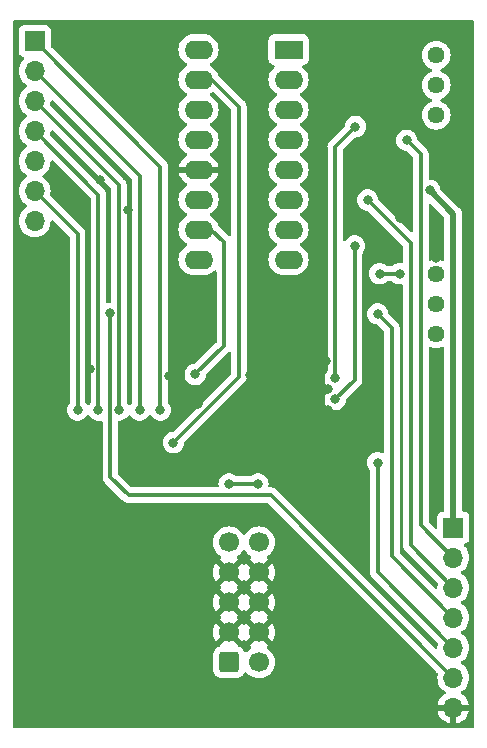
<source format=gbr>
%TF.GenerationSoftware,KiCad,Pcbnew,7.0.10*%
%TF.CreationDate,2024-02-20T22:03:49-06:00*%
%TF.ProjectId,3340_VCO,33333430-5f56-4434-9f2e-6b696361645f,rev?*%
%TF.SameCoordinates,Original*%
%TF.FileFunction,Copper,L2,Bot*%
%TF.FilePolarity,Positive*%
%FSLAX46Y46*%
G04 Gerber Fmt 4.6, Leading zero omitted, Abs format (unit mm)*
G04 Created by KiCad (PCBNEW 7.0.10) date 2024-02-20 22:03:49*
%MOMM*%
%LPD*%
G01*
G04 APERTURE LIST*
G04 Aperture macros list*
%AMRoundRect*
0 Rectangle with rounded corners*
0 $1 Rounding radius*
0 $2 $3 $4 $5 $6 $7 $8 $9 X,Y pos of 4 corners*
0 Add a 4 corners polygon primitive as box body*
4,1,4,$2,$3,$4,$5,$6,$7,$8,$9,$2,$3,0*
0 Add four circle primitives for the rounded corners*
1,1,$1+$1,$2,$3*
1,1,$1+$1,$4,$5*
1,1,$1+$1,$6,$7*
1,1,$1+$1,$8,$9*
0 Add four rect primitives between the rounded corners*
20,1,$1+$1,$2,$3,$4,$5,0*
20,1,$1+$1,$4,$5,$6,$7,0*
20,1,$1+$1,$6,$7,$8,$9,0*
20,1,$1+$1,$8,$9,$2,$3,0*%
G04 Aperture macros list end*
%TA.AperFunction,ComponentPad*%
%ADD10R,1.700000X1.700000*%
%TD*%
%TA.AperFunction,ComponentPad*%
%ADD11O,1.700000X1.700000*%
%TD*%
%TA.AperFunction,ComponentPad*%
%ADD12C,1.440000*%
%TD*%
%TA.AperFunction,ComponentPad*%
%ADD13RoundRect,0.250000X-0.600000X-0.600000X0.600000X-0.600000X0.600000X0.600000X-0.600000X0.600000X0*%
%TD*%
%TA.AperFunction,ComponentPad*%
%ADD14C,1.700000*%
%TD*%
%TA.AperFunction,ComponentPad*%
%ADD15R,2.400000X1.600000*%
%TD*%
%TA.AperFunction,ComponentPad*%
%ADD16O,2.400000X1.600000*%
%TD*%
%TA.AperFunction,ViaPad*%
%ADD17C,0.800000*%
%TD*%
%TA.AperFunction,Conductor*%
%ADD18C,0.500000*%
%TD*%
%TA.AperFunction,Conductor*%
%ADD19C,0.300000*%
%TD*%
G04 APERTURE END LIST*
D10*
%TO.P,J11,1,Pin_1*%
%TO.N,/coarse2_a*%
X111850000Y-87950000D03*
D11*
%TO.P,J11,2,Pin_2*%
%TO.N,/coarse3_a*%
X111850000Y-90490000D03*
%TO.P,J11,3,Pin_3*%
%TO.N,/fine2_a*%
X111850000Y-93030000D03*
%TO.P,J11,4,Pin_4*%
%TO.N,/fine3_a*%
X111850000Y-95570000D03*
%TO.P,J11,5,Pin_5*%
%TO.N,/linfm_a*%
X111850000Y-98110000D03*
%TO.P,J11,6,Pin_6*%
%TO.N,/cvmod_a*%
X111850000Y-100650000D03*
%TO.P,J11,7,Pin_7*%
%TO.N,/voct_a*%
X111850000Y-103190000D03*
%TD*%
D10*
%TO.P,J12,1,Pin_1*%
%TO.N,+5V*%
X147300000Y-129150000D03*
D11*
%TO.P,J12,2,Pin_2*%
%TO.N,/pwm_a*%
X147300000Y-131690000D03*
%TO.P,J12,3,Pin_3*%
%TO.N,/sync_a*%
X147300000Y-134230000D03*
%TO.P,J12,4,Pin_4*%
%TO.N,/pulse_a*%
X147300000Y-136770000D03*
%TO.P,J12,5,Pin_5*%
%TO.N,/saw_a*%
X147300000Y-139310000D03*
%TO.P,J12,6,Pin_6*%
%TO.N,/tri_a*%
X147300000Y-141850000D03*
%TO.P,J12,7,Pin_7*%
%TO.N,GND*%
X147300000Y-144390000D03*
%TD*%
D12*
%TO.P,RV7,1,1*%
%TO.N,GND*%
X145850000Y-107650000D03*
%TO.P,RV7,2,2*%
%TO.N,Net-(R35-Pad1)*%
X145850000Y-110190000D03*
%TO.P,RV7,3,3*%
%TO.N,Net-(R34-Pad2)*%
X145850000Y-112730000D03*
%TD*%
D13*
%TO.P,J7,1,Pin_1*%
%TO.N,-12V*%
X128310000Y-140550000D03*
D14*
%TO.P,J7,2,Pin_2*%
X130850000Y-140550000D03*
%TO.P,J7,3,Pin_3*%
%TO.N,GND*%
X128310000Y-138010000D03*
%TO.P,J7,4,Pin_4*%
X130850000Y-138010000D03*
%TO.P,J7,5,Pin_5*%
X128310000Y-135470000D03*
%TO.P,J7,6,Pin_6*%
X130850000Y-135470000D03*
%TO.P,J7,7,Pin_7*%
X128310000Y-132930000D03*
%TO.P,J7,8,Pin_8*%
X130850000Y-132930000D03*
%TO.P,J7,9,Pin_9*%
%TO.N,+12V*%
X128310000Y-130390000D03*
%TO.P,J7,10,Pin_10*%
X130850000Y-130390000D03*
%TD*%
D15*
%TO.P,U1,1,SCALE1*%
%TO.N,Net-(U1-SCALE1)*%
X133350000Y-88675000D03*
D16*
%TO.P,U1,2,SCALE2*%
%TO.N,Net-(U1-SCALE2)*%
X133350000Y-91215000D03*
%TO.P,U1,3,VEE*%
%TO.N,Net-(U1-VEE)*%
X133350000Y-93755000D03*
%TO.P,U1,4,VP*%
%TO.N,/PULSE*%
X133350000Y-96295000D03*
%TO.P,U1,5,PWM*%
%TO.N,/PWM*%
X133350000Y-98835000D03*
%TO.P,U1,6,VHSI*%
%TO.N,/HSYNC*%
X133350000Y-101375000D03*
%TO.P,U1,7,VHFT*%
%TO.N,/VHFT*%
X133350000Y-103915000D03*
%TO.P,U1,8,VSO*%
%TO.N,/SAW*%
X133350000Y-106455000D03*
%TO.P,U1,9,VSSI*%
%TO.N,unconnected-(U1-VSSI-Pad9)*%
X125730000Y-106455000D03*
%TO.P,U1,10,VTO*%
%TO.N,/TRI*%
X125730000Y-103915000D03*
%TO.P,U1,11,CAP*%
%TO.N,Net-(U1-CAP)*%
X125730000Y-101375000D03*
%TO.P,U1,12,GND*%
%TO.N,GND*%
X125730000Y-98835000D03*
%TO.P,U1,13,VLFI*%
%TO.N,/LIN_FM*%
X125730000Y-96295000D03*
%TO.P,U1,14,VS*%
%TO.N,Net-(U1-VS)*%
X125730000Y-93755000D03*
%TO.P,U1,15,VFCI*%
%TO.N,/CV_IN*%
X125730000Y-91215000D03*
%TO.P,U1,16,VCC*%
%TO.N,+12V*%
X125730000Y-88675000D03*
%TD*%
D12*
%TO.P,RV1,1,1*%
%TO.N,Net-(R1-Pad2)*%
X145850000Y-89150000D03*
%TO.P,RV1,2,2*%
%TO.N,Net-(U1-VEE)*%
X145850000Y-91690000D03*
%TO.P,RV1,3,3*%
X145850000Y-94230000D03*
%TD*%
D17*
%TO.N,GND*%
X145850000Y-106300000D03*
X120100000Y-92850000D03*
X116500500Y-115700000D03*
X140900000Y-116600000D03*
X141800000Y-89950000D03*
X117400000Y-99700000D03*
X116950000Y-90250000D03*
X119150000Y-143650000D03*
X143050000Y-93750000D03*
X119749500Y-102250000D03*
X125650000Y-118700000D03*
X123840000Y-98840000D03*
X136700000Y-119200000D03*
X119350000Y-88650000D03*
X139000000Y-99900000D03*
X137300000Y-127350000D03*
X142800000Y-102950000D03*
X132050000Y-111400000D03*
X145850000Y-117900000D03*
X140900000Y-118300000D03*
%TO.N,+5V*%
X145300000Y-100600000D03*
%TO.N,/sync_a*%
X140050000Y-101400000D03*
%TO.N,/CV_IN*%
X123600000Y-121950000D03*
%TO.N,Net-(U2C-+)*%
X137300000Y-118300000D03*
X138950000Y-105300000D03*
%TO.N,Net-(U2D-+)*%
X137300000Y-116500000D03*
X139000000Y-95200000D03*
%TO.N,Net-(R34-Pad2)*%
X142749500Y-107650000D03*
X141050500Y-107650000D03*
%TO.N,Net-(R35-Pad1)*%
X130750688Y-125449312D03*
X128310500Y-125450000D03*
%TO.N,/TRI*%
X125450000Y-116180000D03*
%TO.N,/pwm_a*%
X143350000Y-96350000D03*
%TO.N,/pulse_a*%
X140900000Y-111050000D03*
%TO.N,/coarse3_a*%
X120750000Y-119200000D03*
%TO.N,/coarse2_a*%
X122500000Y-119200000D03*
%TO.N,/fine3_a*%
X117250000Y-119200000D03*
%TO.N,/fine2_a*%
X119000000Y-119200000D03*
%TO.N,/saw_a*%
X140900000Y-123650500D03*
%TO.N,/cvmod_a*%
X115500000Y-119200000D03*
%TO.N,/tri_a*%
X118250000Y-111000000D03*
%TO.N,GND*%
X145710000Y-144390000D03*
X136550000Y-115000000D03*
X123250000Y-116350000D03*
X132100000Y-122650000D03*
X124850000Y-111400000D03*
X130100000Y-116250000D03*
X139950000Y-138050000D03*
X136700000Y-117450000D03*
X130680000Y-102710000D03*
%TD*%
D18*
%TO.N,+5V*%
X147300000Y-102600000D02*
X147300000Y-129150000D01*
D19*
%TO.N,/sync_a*%
X143700000Y-105050000D02*
X140050000Y-101400000D01*
X143700000Y-130630000D02*
X147300000Y-134230000D01*
%TO.N,Net-(U2D-+)*%
X137300000Y-96900000D02*
X139000000Y-95200000D01*
D18*
%TO.N,+5V*%
X145300000Y-100600000D02*
X147300000Y-102600000D01*
D19*
%TO.N,/sync_a*%
X143700000Y-130630000D02*
X143700000Y-105050000D01*
%TO.N,Net-(U2C-+)*%
X138950000Y-105300000D02*
X138950000Y-116650000D01*
X138950000Y-116650000D02*
X137300000Y-118300000D01*
%TO.N,/CV_IN*%
X126855000Y-91215000D02*
X125730000Y-91215000D01*
X123600000Y-121950000D02*
X129140000Y-116410000D01*
X129140000Y-93500000D02*
X126855000Y-91215000D01*
X129140000Y-116410000D02*
X129140000Y-93500000D01*
%TO.N,Net-(U2D-+)*%
X137300000Y-116500000D02*
X137300000Y-96900000D01*
%TO.N,/tri_a*%
X131850000Y-126400000D02*
X119800000Y-126400000D01*
X118250000Y-124850000D02*
X118250000Y-111000000D01*
X147300000Y-141850000D02*
X131850000Y-126400000D01*
X119800000Y-126400000D02*
X118250000Y-124850000D01*
%TO.N,/cvmod_a*%
X111850000Y-100650000D02*
X115500000Y-104300000D01*
X115500000Y-119200000D02*
X115500000Y-104300000D01*
%TO.N,/saw_a*%
X140900000Y-132910000D02*
X147300000Y-139310000D01*
X140900000Y-123650500D02*
X140900000Y-132910000D01*
%TO.N,/fine2_a*%
X119000000Y-119200000D02*
X119000000Y-100180000D01*
X111850000Y-93030000D02*
X119000000Y-100180000D01*
%TO.N,/fine3_a*%
X117250000Y-119200000D02*
X117250000Y-100970000D01*
X111850000Y-95570000D02*
X117250000Y-100970000D01*
%TO.N,/coarse2_a*%
X111850000Y-87950000D02*
X122500000Y-98600000D01*
X122500000Y-119200000D02*
X122500000Y-98600000D01*
%TO.N,/coarse3_a*%
X111850000Y-90490000D02*
X120750000Y-99390000D01*
X120750000Y-119200000D02*
X120750000Y-99390000D01*
%TO.N,/pulse_a*%
X142100000Y-131570000D02*
X142100000Y-112250000D01*
X142100000Y-131570000D02*
X147300000Y-136770000D01*
X142100000Y-112250000D02*
X140900000Y-111050000D01*
%TO.N,/pwm_a*%
X144550000Y-97550000D02*
X143350000Y-96350000D01*
X144550000Y-128940000D02*
X144550000Y-97550000D01*
X144550000Y-128940000D02*
X147300000Y-131690000D01*
%TO.N,/TRI*%
X126815000Y-103915000D02*
X125730000Y-103915000D01*
X125450000Y-116180000D02*
X127900000Y-113730000D01*
X127900000Y-105000000D02*
X126815000Y-103915000D01*
X127900000Y-113730000D02*
X127900000Y-105000000D01*
%TO.N,Net-(R35-Pad1)*%
X128311188Y-125449312D02*
X130750688Y-125449312D01*
X128310500Y-125450000D02*
X128311188Y-125449312D01*
%TO.N,Net-(R34-Pad2)*%
X141050500Y-107650000D02*
X142749500Y-107650000D01*
%TD*%
%TA.AperFunction,Conductor*%
%TO.N,GND*%
G36*
X146505956Y-113850776D02*
G01*
X146544196Y-113909253D01*
X146549500Y-113945131D01*
X146549500Y-127675500D01*
X146529815Y-127742539D01*
X146477011Y-127788294D01*
X146425505Y-127799500D01*
X146402132Y-127799500D01*
X146402123Y-127799501D01*
X146342516Y-127805908D01*
X146207671Y-127856202D01*
X146207664Y-127856206D01*
X146092455Y-127942452D01*
X146092452Y-127942455D01*
X146006206Y-128057664D01*
X146006202Y-128057671D01*
X145955908Y-128192517D01*
X145949501Y-128252116D01*
X145949501Y-128252123D01*
X145949500Y-128252135D01*
X145949500Y-129120192D01*
X145929815Y-129187231D01*
X145877011Y-129232986D01*
X145807853Y-129242930D01*
X145744297Y-129213905D01*
X145737819Y-129207873D01*
X145236819Y-128706873D01*
X145203334Y-128645550D01*
X145200500Y-128619192D01*
X145200500Y-113968446D01*
X145220185Y-113901407D01*
X145272989Y-113855652D01*
X145342147Y-113845708D01*
X145376897Y-113856061D01*
X145430970Y-113881276D01*
X145637253Y-113936549D01*
X145789215Y-113949844D01*
X145849998Y-113955162D01*
X145850000Y-113955162D01*
X145850002Y-113955162D01*
X145903186Y-113950508D01*
X146062747Y-113936549D01*
X146269030Y-113881276D01*
X146373096Y-113832748D01*
X146442172Y-113822257D01*
X146505956Y-113850776D01*
G37*
%TD.AperFunction*%
%TA.AperFunction,Conductor*%
G36*
X113414962Y-98054908D02*
G01*
X116563181Y-101203127D01*
X116596666Y-101264450D01*
X116599500Y-101290808D01*
X116599500Y-118529078D01*
X116579815Y-118596117D01*
X116567650Y-118612050D01*
X116517466Y-118667785D01*
X116482387Y-118728544D01*
X116431820Y-118776760D01*
X116363213Y-118789983D01*
X116298348Y-118764015D01*
X116267613Y-118728544D01*
X116256549Y-118709381D01*
X116232533Y-118667784D01*
X116182350Y-118612050D01*
X116152120Y-118549058D01*
X116150500Y-118529078D01*
X116150500Y-104385503D01*
X116152268Y-104369491D01*
X116152026Y-104369469D01*
X116152760Y-104361706D01*
X116150561Y-104291722D01*
X116150500Y-104287828D01*
X116150500Y-104259078D01*
X116150499Y-104259071D01*
X116149950Y-104254725D01*
X116149031Y-104243062D01*
X116147598Y-104197431D01*
X116141676Y-104177050D01*
X116137731Y-104157995D01*
X116135072Y-104136949D01*
X116135071Y-104136947D01*
X116135071Y-104136942D01*
X116118267Y-104094501D01*
X116114484Y-104083452D01*
X116108076Y-104061395D01*
X116101745Y-104039602D01*
X116096180Y-104030192D01*
X116090936Y-104021324D01*
X116082378Y-104003855D01*
X116074568Y-103984129D01*
X116047721Y-103947179D01*
X116041331Y-103937449D01*
X116018081Y-103898135D01*
X116003075Y-103883129D01*
X115990435Y-103868330D01*
X115977961Y-103851160D01*
X115942780Y-103822056D01*
X115934140Y-103814194D01*
X113197709Y-101077763D01*
X113164224Y-101016440D01*
X113165615Y-100957989D01*
X113173364Y-100929070D01*
X113185063Y-100885408D01*
X113205659Y-100650000D01*
X113185063Y-100414592D01*
X113123903Y-100186337D01*
X113024035Y-99972171D01*
X113021854Y-99969055D01*
X112888494Y-99778597D01*
X112721402Y-99611506D01*
X112721396Y-99611501D01*
X112535842Y-99481575D01*
X112492217Y-99426998D01*
X112485023Y-99357500D01*
X112516546Y-99295145D01*
X112535842Y-99278425D01*
X112558026Y-99262891D01*
X112721401Y-99148495D01*
X112888495Y-98981401D01*
X113024035Y-98787830D01*
X113123903Y-98573663D01*
X113185063Y-98345408D01*
X113203753Y-98131781D01*
X113229205Y-98066713D01*
X113285796Y-98025734D01*
X113355558Y-98021856D01*
X113414962Y-98054908D01*
G37*
%TD.AperFunction*%
%TA.AperFunction,Conductor*%
G36*
X113414962Y-92974908D02*
G01*
X120063181Y-99623127D01*
X120096666Y-99684450D01*
X120099500Y-99710808D01*
X120099500Y-118529078D01*
X120079815Y-118596117D01*
X120067650Y-118612050D01*
X120017466Y-118667785D01*
X119982387Y-118728544D01*
X119931820Y-118776760D01*
X119863213Y-118789983D01*
X119798348Y-118764015D01*
X119767613Y-118728544D01*
X119756549Y-118709381D01*
X119732533Y-118667784D01*
X119682350Y-118612050D01*
X119652120Y-118549058D01*
X119650500Y-118529078D01*
X119650500Y-100265502D01*
X119652268Y-100249489D01*
X119652026Y-100249467D01*
X119652758Y-100241711D01*
X119652760Y-100241704D01*
X119650561Y-100171736D01*
X119650500Y-100167841D01*
X119650500Y-100139077D01*
X119650499Y-100139070D01*
X119649949Y-100134716D01*
X119649030Y-100123054D01*
X119647597Y-100077431D01*
X119641676Y-100057053D01*
X119637731Y-100038004D01*
X119635071Y-100016942D01*
X119618263Y-99974491D01*
X119614480Y-99963442D01*
X119601744Y-99919602D01*
X119590940Y-99901334D01*
X119582378Y-99883856D01*
X119574568Y-99864129D01*
X119574565Y-99864125D01*
X119547730Y-99827189D01*
X119541331Y-99817448D01*
X119518081Y-99778135D01*
X119518079Y-99778133D01*
X119518078Y-99778131D01*
X119503075Y-99763129D01*
X119490435Y-99748330D01*
X119477961Y-99731160D01*
X119442780Y-99702056D01*
X119434140Y-99694194D01*
X113197709Y-93457763D01*
X113164224Y-93396440D01*
X113165615Y-93337989D01*
X113166545Y-93334517D01*
X113185063Y-93265408D01*
X113203753Y-93051781D01*
X113229205Y-92986713D01*
X113285796Y-92945734D01*
X113355558Y-92941856D01*
X113414962Y-92974908D01*
G37*
%TD.AperFunction*%
%TA.AperFunction,Conductor*%
G36*
X113414962Y-95514908D02*
G01*
X118313181Y-100413127D01*
X118346666Y-100474450D01*
X118349500Y-100500808D01*
X118349500Y-109975500D01*
X118329815Y-110042539D01*
X118277011Y-110088294D01*
X118225500Y-110099500D01*
X118155354Y-110099500D01*
X118050280Y-110121834D01*
X117980613Y-110116517D01*
X117924880Y-110074379D01*
X117900775Y-110008799D01*
X117900500Y-110000543D01*
X117900500Y-101055501D01*
X117902268Y-101039488D01*
X117902026Y-101039466D01*
X117902758Y-101031710D01*
X117902760Y-101031703D01*
X117900561Y-100961735D01*
X117900500Y-100957840D01*
X117900500Y-100929077D01*
X117900499Y-100929070D01*
X117900428Y-100928511D01*
X117899948Y-100924714D01*
X117899030Y-100913054D01*
X117897597Y-100867430D01*
X117891676Y-100847052D01*
X117887731Y-100828003D01*
X117885071Y-100806942D01*
X117868261Y-100764487D01*
X117864481Y-100753445D01*
X117856831Y-100727111D01*
X117851744Y-100709601D01*
X117840939Y-100691332D01*
X117832379Y-100673858D01*
X117831351Y-100671262D01*
X117824568Y-100654129D01*
X117797737Y-100617199D01*
X117791323Y-100607435D01*
X117768082Y-100568137D01*
X117768081Y-100568135D01*
X117753075Y-100553129D01*
X117740435Y-100538330D01*
X117738641Y-100535861D01*
X117727963Y-100521163D01*
X117727961Y-100521160D01*
X117692780Y-100492056D01*
X117684140Y-100484194D01*
X113197709Y-95997763D01*
X113164224Y-95936440D01*
X113165615Y-95877989D01*
X113166982Y-95872888D01*
X113185063Y-95805408D01*
X113203753Y-95591781D01*
X113229205Y-95526713D01*
X113285796Y-95485734D01*
X113355558Y-95481856D01*
X113414962Y-95514908D01*
G37*
%TD.AperFunction*%
%TA.AperFunction,Conductor*%
G36*
X145405703Y-101767516D02*
G01*
X145412181Y-101773548D01*
X146513181Y-102874548D01*
X146546666Y-102935871D01*
X146549500Y-102962229D01*
X146549500Y-106435420D01*
X146529815Y-106502459D01*
X146477011Y-106548214D01*
X146407853Y-106558158D01*
X146373096Y-106547802D01*
X146268864Y-106499198D01*
X146268853Y-106499194D01*
X146062662Y-106443945D01*
X146062654Y-106443944D01*
X145850002Y-106425340D01*
X145849998Y-106425340D01*
X145637345Y-106443944D01*
X145637337Y-106443945D01*
X145431146Y-106499194D01*
X145431135Y-106499198D01*
X145376904Y-106524487D01*
X145307827Y-106534979D01*
X145244043Y-106506459D01*
X145205804Y-106447982D01*
X145200500Y-106412105D01*
X145200500Y-101861229D01*
X145220185Y-101794190D01*
X145272989Y-101748435D01*
X145342147Y-101738491D01*
X145405703Y-101767516D01*
G37*
%TD.AperFunction*%
%TA.AperFunction,Conductor*%
G36*
X130390507Y-138219844D02*
G01*
X130468239Y-138340798D01*
X130576900Y-138434952D01*
X130707685Y-138494680D01*
X130717466Y-138496086D01*
X130088625Y-139124925D01*
X130164594Y-139178119D01*
X130208219Y-139232696D01*
X130215413Y-139302194D01*
X130183890Y-139364549D01*
X130164595Y-139381269D01*
X129978594Y-139511508D01*
X129811503Y-139678599D01*
X129810349Y-139679975D01*
X129809688Y-139680414D01*
X129807676Y-139682427D01*
X129807271Y-139682022D01*
X129752173Y-139718671D01*
X129682312Y-139719772D01*
X129622946Y-139682928D01*
X129597663Y-139639265D01*
X129594814Y-139630666D01*
X129502712Y-139481344D01*
X129378656Y-139357288D01*
X129229334Y-139265186D01*
X129156966Y-139241205D01*
X129099522Y-139201433D01*
X129072699Y-139136917D01*
X129072585Y-139126137D01*
X128442533Y-138496086D01*
X128452315Y-138494680D01*
X128583100Y-138434952D01*
X128691761Y-138340798D01*
X128769493Y-138219844D01*
X128793076Y-138139524D01*
X129424925Y-138771373D01*
X129478425Y-138694968D01*
X129533002Y-138651344D01*
X129602501Y-138644151D01*
X129664855Y-138675673D01*
X129681576Y-138694969D01*
X129735073Y-138771372D01*
X130366922Y-138139523D01*
X130390507Y-138219844D01*
G37*
%TD.AperFunction*%
%TA.AperFunction,Conductor*%
G36*
X130390507Y-135679844D02*
G01*
X130468239Y-135800798D01*
X130576900Y-135894952D01*
X130707685Y-135954680D01*
X130717466Y-135956086D01*
X130088625Y-136584925D01*
X130165031Y-136638425D01*
X130208655Y-136693002D01*
X130215848Y-136762501D01*
X130184326Y-136824855D01*
X130165029Y-136841576D01*
X130088625Y-136895072D01*
X130717466Y-137523913D01*
X130707685Y-137525320D01*
X130576900Y-137585048D01*
X130468239Y-137679202D01*
X130390507Y-137800156D01*
X130366923Y-137880475D01*
X129735073Y-137248625D01*
X129735072Y-137248626D01*
X129681574Y-137325030D01*
X129626998Y-137368655D01*
X129557499Y-137375849D01*
X129495144Y-137344326D01*
X129478424Y-137325030D01*
X129424925Y-137248626D01*
X129424925Y-137248625D01*
X128793076Y-137880475D01*
X128769493Y-137800156D01*
X128691761Y-137679202D01*
X128583100Y-137585048D01*
X128452315Y-137525320D01*
X128442533Y-137523913D01*
X129071373Y-136895073D01*
X128994969Y-136841576D01*
X128951344Y-136786999D01*
X128944150Y-136717501D01*
X128975672Y-136655146D01*
X128994968Y-136638425D01*
X129071373Y-136584925D01*
X128442533Y-135956086D01*
X128452315Y-135954680D01*
X128583100Y-135894952D01*
X128691761Y-135800798D01*
X128769493Y-135679844D01*
X128793076Y-135599524D01*
X129424925Y-136231373D01*
X129478425Y-136154968D01*
X129533002Y-136111344D01*
X129602501Y-136104151D01*
X129664855Y-136135673D01*
X129681576Y-136154969D01*
X129735073Y-136231372D01*
X130366922Y-135599523D01*
X130390507Y-135679844D01*
G37*
%TD.AperFunction*%
%TA.AperFunction,Conductor*%
G36*
X130390507Y-133139844D02*
G01*
X130468239Y-133260798D01*
X130576900Y-133354952D01*
X130707685Y-133414680D01*
X130717466Y-133416086D01*
X130088625Y-134044925D01*
X130165031Y-134098425D01*
X130208655Y-134153002D01*
X130215848Y-134222501D01*
X130184326Y-134284855D01*
X130165029Y-134301576D01*
X130088625Y-134355072D01*
X130717466Y-134983913D01*
X130707685Y-134985320D01*
X130576900Y-135045048D01*
X130468239Y-135139202D01*
X130390507Y-135260156D01*
X130366923Y-135340475D01*
X129735073Y-134708625D01*
X129735072Y-134708626D01*
X129681574Y-134785030D01*
X129626998Y-134828655D01*
X129557499Y-134835849D01*
X129495144Y-134804326D01*
X129478424Y-134785030D01*
X129424925Y-134708626D01*
X129424925Y-134708625D01*
X128793076Y-135340475D01*
X128769493Y-135260156D01*
X128691761Y-135139202D01*
X128583100Y-135045048D01*
X128452315Y-134985320D01*
X128442533Y-134983913D01*
X129071373Y-134355073D01*
X128994969Y-134301576D01*
X128951344Y-134246999D01*
X128944150Y-134177501D01*
X128975672Y-134115146D01*
X128994968Y-134098425D01*
X129071373Y-134044925D01*
X128442533Y-133416086D01*
X128452315Y-133414680D01*
X128583100Y-133354952D01*
X128691761Y-133260798D01*
X128769493Y-133139844D01*
X128793076Y-133059524D01*
X129424925Y-133691373D01*
X129478425Y-133614968D01*
X129533002Y-133571344D01*
X129602501Y-133564151D01*
X129664855Y-133595673D01*
X129681576Y-133614969D01*
X129735073Y-133691372D01*
X130366922Y-133059523D01*
X130390507Y-133139844D01*
G37*
%TD.AperFunction*%
%TA.AperFunction,Conductor*%
G36*
X129664855Y-131056546D02*
G01*
X129681575Y-131075842D01*
X129811500Y-131261395D01*
X129811505Y-131261401D01*
X129978599Y-131428495D01*
X130164594Y-131558730D01*
X130208218Y-131613307D01*
X130215411Y-131682806D01*
X130183889Y-131745160D01*
X130164593Y-131761880D01*
X130088626Y-131815072D01*
X130088625Y-131815072D01*
X130717466Y-132443913D01*
X130707685Y-132445320D01*
X130576900Y-132505048D01*
X130468239Y-132599202D01*
X130390507Y-132720156D01*
X130366923Y-132800475D01*
X129735073Y-132168625D01*
X129735072Y-132168626D01*
X129681574Y-132245030D01*
X129626998Y-132288655D01*
X129557499Y-132295849D01*
X129495144Y-132264326D01*
X129478424Y-132245030D01*
X129424925Y-132168626D01*
X129424925Y-132168625D01*
X128793076Y-132800475D01*
X128769493Y-132720156D01*
X128691761Y-132599202D01*
X128583100Y-132505048D01*
X128452315Y-132445320D01*
X128442533Y-132443913D01*
X129071373Y-131815073D01*
X129071373Y-131815072D01*
X128995405Y-131761880D01*
X128951780Y-131707304D01*
X128944586Y-131637805D01*
X128976108Y-131575451D01*
X128995399Y-131558734D01*
X129181401Y-131428495D01*
X129348495Y-131261401D01*
X129478425Y-131075842D01*
X129533002Y-131032217D01*
X129602500Y-131025023D01*
X129664855Y-131056546D01*
G37*
%TD.AperFunction*%
%TA.AperFunction,Conductor*%
G36*
X126997859Y-92283426D02*
G01*
X127022691Y-92302637D01*
X128453181Y-93733127D01*
X128486666Y-93794450D01*
X128489500Y-93820808D01*
X128489500Y-104370192D01*
X128469815Y-104437231D01*
X128417011Y-104482986D01*
X128347853Y-104492930D01*
X128284297Y-104463905D01*
X128277819Y-104457873D01*
X127405228Y-103585282D01*
X127373134Y-103529693D01*
X127356742Y-103468513D01*
X127356738Y-103468502D01*
X127336643Y-103425408D01*
X127260568Y-103262266D01*
X127130047Y-103075861D01*
X127130045Y-103075858D01*
X126969141Y-102914954D01*
X126782734Y-102784432D01*
X126782728Y-102784429D01*
X126724725Y-102757382D01*
X126672285Y-102711210D01*
X126653133Y-102644017D01*
X126673348Y-102577135D01*
X126724725Y-102532618D01*
X126782734Y-102505568D01*
X126969139Y-102375047D01*
X127130047Y-102214139D01*
X127260568Y-102027734D01*
X127356739Y-101821496D01*
X127415635Y-101601692D01*
X127435468Y-101375000D01*
X127433590Y-101353539D01*
X127425796Y-101264450D01*
X127415635Y-101148308D01*
X127356739Y-100928504D01*
X127260568Y-100722266D01*
X127130047Y-100535861D01*
X127130045Y-100535858D01*
X126969141Y-100374954D01*
X126782734Y-100244432D01*
X126782732Y-100244431D01*
X126755475Y-100231721D01*
X126724132Y-100217105D01*
X126671694Y-100170934D01*
X126652542Y-100103740D01*
X126672758Y-100036859D01*
X126724134Y-99992341D01*
X126782484Y-99965132D01*
X126968820Y-99834657D01*
X127129657Y-99673820D01*
X127260134Y-99487482D01*
X127356265Y-99281326D01*
X127356269Y-99281317D01*
X127408872Y-99085000D01*
X126045686Y-99085000D01*
X126057641Y-99073045D01*
X126115165Y-98960148D01*
X126134986Y-98835000D01*
X126115165Y-98709852D01*
X126057641Y-98596955D01*
X126045686Y-98585000D01*
X127408872Y-98585000D01*
X127408872Y-98584999D01*
X127356269Y-98388682D01*
X127356265Y-98388673D01*
X127260134Y-98182517D01*
X127129657Y-97996179D01*
X126968820Y-97835342D01*
X126782482Y-97704865D01*
X126724133Y-97677657D01*
X126671694Y-97631484D01*
X126652542Y-97564291D01*
X126672758Y-97497410D01*
X126724129Y-97452895D01*
X126782734Y-97425568D01*
X126969139Y-97295047D01*
X127130047Y-97134139D01*
X127260568Y-96947734D01*
X127356739Y-96741496D01*
X127415635Y-96521692D01*
X127435468Y-96295000D01*
X127415635Y-96068308D01*
X127356739Y-95848504D01*
X127260568Y-95642266D01*
X127130047Y-95455861D01*
X127130045Y-95455858D01*
X126969141Y-95294954D01*
X126782734Y-95164432D01*
X126782728Y-95164429D01*
X126724725Y-95137382D01*
X126672285Y-95091210D01*
X126653133Y-95024017D01*
X126673348Y-94957135D01*
X126724725Y-94912618D01*
X126782734Y-94885568D01*
X126969139Y-94755047D01*
X127130047Y-94594139D01*
X127260568Y-94407734D01*
X127356739Y-94201496D01*
X127415635Y-93981692D01*
X127435468Y-93755000D01*
X127415635Y-93528308D01*
X127356739Y-93308504D01*
X127260568Y-93102266D01*
X127130047Y-92915861D01*
X127130045Y-92915858D01*
X126969141Y-92754954D01*
X126782734Y-92624432D01*
X126782728Y-92624429D01*
X126724725Y-92597382D01*
X126672285Y-92551210D01*
X126653133Y-92484017D01*
X126673348Y-92417135D01*
X126724725Y-92372618D01*
X126782734Y-92345568D01*
X126863889Y-92288742D01*
X126930092Y-92266416D01*
X126997859Y-92283426D01*
G37*
%TD.AperFunction*%
%TA.AperFunction,Conductor*%
G36*
X148992539Y-86170185D02*
G01*
X149038294Y-86222989D01*
X149049500Y-86274500D01*
X149049500Y-146025500D01*
X149029815Y-146092539D01*
X148977011Y-146138294D01*
X148925500Y-146149500D01*
X110174500Y-146149500D01*
X110107461Y-146129815D01*
X110061706Y-146077011D01*
X110050500Y-146025500D01*
X110050500Y-130390000D01*
X126954341Y-130390000D01*
X126974936Y-130625403D01*
X126974938Y-130625413D01*
X127036094Y-130853655D01*
X127036096Y-130853659D01*
X127036097Y-130853663D01*
X127119194Y-131031865D01*
X127135965Y-131067830D01*
X127135967Y-131067834D01*
X127244281Y-131222521D01*
X127271505Y-131261401D01*
X127438599Y-131428495D01*
X127624594Y-131558730D01*
X127668218Y-131613307D01*
X127675411Y-131682806D01*
X127643889Y-131745160D01*
X127624593Y-131761880D01*
X127548626Y-131815072D01*
X127548625Y-131815072D01*
X128177466Y-132443913D01*
X128167685Y-132445320D01*
X128036900Y-132505048D01*
X127928239Y-132599202D01*
X127850507Y-132720156D01*
X127826923Y-132800475D01*
X127195073Y-132168625D01*
X127195072Y-132168625D01*
X127136401Y-132252419D01*
X127036570Y-132466507D01*
X127036566Y-132466516D01*
X126975432Y-132694673D01*
X126975430Y-132694684D01*
X126954843Y-132929998D01*
X126954843Y-132930001D01*
X126975430Y-133165315D01*
X126975432Y-133165326D01*
X127036566Y-133393483D01*
X127036570Y-133393492D01*
X127136400Y-133607579D01*
X127136402Y-133607583D01*
X127195072Y-133691373D01*
X127195073Y-133691373D01*
X127826923Y-133059523D01*
X127850507Y-133139844D01*
X127928239Y-133260798D01*
X128036900Y-133354952D01*
X128167685Y-133414680D01*
X128177466Y-133416086D01*
X127548625Y-134044925D01*
X127625031Y-134098425D01*
X127668655Y-134153002D01*
X127675848Y-134222501D01*
X127644326Y-134284855D01*
X127625029Y-134301576D01*
X127548625Y-134355072D01*
X128177466Y-134983913D01*
X128167685Y-134985320D01*
X128036900Y-135045048D01*
X127928239Y-135139202D01*
X127850507Y-135260156D01*
X127826923Y-135340475D01*
X127195073Y-134708625D01*
X127195072Y-134708625D01*
X127136401Y-134792419D01*
X127036570Y-135006507D01*
X127036566Y-135006516D01*
X126975432Y-135234673D01*
X126975430Y-135234684D01*
X126954843Y-135469998D01*
X126954843Y-135470001D01*
X126975430Y-135705315D01*
X126975432Y-135705326D01*
X127036566Y-135933483D01*
X127036570Y-135933492D01*
X127136400Y-136147579D01*
X127136402Y-136147583D01*
X127195072Y-136231373D01*
X127195073Y-136231373D01*
X127826923Y-135599523D01*
X127850507Y-135679844D01*
X127928239Y-135800798D01*
X128036900Y-135894952D01*
X128167685Y-135954680D01*
X128177466Y-135956086D01*
X127548625Y-136584925D01*
X127625031Y-136638425D01*
X127668655Y-136693002D01*
X127675848Y-136762501D01*
X127644326Y-136824855D01*
X127625029Y-136841576D01*
X127548625Y-136895072D01*
X128177466Y-137523913D01*
X128167685Y-137525320D01*
X128036900Y-137585048D01*
X127928239Y-137679202D01*
X127850507Y-137800156D01*
X127826923Y-137880475D01*
X127195073Y-137248625D01*
X127195072Y-137248625D01*
X127136401Y-137332419D01*
X127036570Y-137546507D01*
X127036566Y-137546516D01*
X126975432Y-137774673D01*
X126975430Y-137774684D01*
X126954843Y-138009998D01*
X126954843Y-138010001D01*
X126975430Y-138245315D01*
X126975432Y-138245326D01*
X127036566Y-138473483D01*
X127036570Y-138473492D01*
X127136400Y-138687579D01*
X127136402Y-138687583D01*
X127195072Y-138771373D01*
X127195073Y-138771373D01*
X127826923Y-138139523D01*
X127850507Y-138219844D01*
X127928239Y-138340798D01*
X128036900Y-138434952D01*
X128167685Y-138494680D01*
X128177466Y-138496086D01*
X127544208Y-139129342D01*
X127533788Y-139181193D01*
X127485172Y-139231376D01*
X127463032Y-139241205D01*
X127390674Y-139265182D01*
X127390663Y-139265187D01*
X127241342Y-139357289D01*
X127117289Y-139481342D01*
X127025187Y-139630663D01*
X127025185Y-139630668D01*
X127008701Y-139680414D01*
X126970001Y-139797203D01*
X126970001Y-139797204D01*
X126970000Y-139797204D01*
X126959500Y-139899983D01*
X126959500Y-141200001D01*
X126959501Y-141200018D01*
X126970000Y-141302796D01*
X126970001Y-141302799D01*
X127009303Y-141421402D01*
X127025186Y-141469334D01*
X127117288Y-141618656D01*
X127241344Y-141742712D01*
X127390666Y-141834814D01*
X127557203Y-141889999D01*
X127659991Y-141900500D01*
X128960008Y-141900499D01*
X129062797Y-141889999D01*
X129229334Y-141834814D01*
X129378656Y-141742712D01*
X129502712Y-141618656D01*
X129594814Y-141469334D01*
X129597662Y-141460738D01*
X129637429Y-141403294D01*
X129701944Y-141376468D01*
X129770720Y-141388779D01*
X129807483Y-141417766D01*
X129807677Y-141417573D01*
X129809313Y-141419209D01*
X129810354Y-141420030D01*
X129811501Y-141421397D01*
X129811505Y-141421401D01*
X129978599Y-141588495D01*
X130021675Y-141618657D01*
X130172165Y-141724032D01*
X130172167Y-141724033D01*
X130172170Y-141724035D01*
X130386337Y-141823903D01*
X130614592Y-141885063D01*
X130791034Y-141900500D01*
X130849999Y-141905659D01*
X130850000Y-141905659D01*
X130850001Y-141905659D01*
X130908966Y-141900500D01*
X131085408Y-141885063D01*
X131313663Y-141823903D01*
X131527830Y-141724035D01*
X131721401Y-141588495D01*
X131888495Y-141421401D01*
X132024035Y-141227830D01*
X132123903Y-141013663D01*
X132185063Y-140785408D01*
X132205659Y-140550000D01*
X132185063Y-140314592D01*
X132123903Y-140086337D01*
X132024035Y-139872171D01*
X131955060Y-139773663D01*
X131888494Y-139678597D01*
X131721402Y-139511506D01*
X131721401Y-139511505D01*
X131535405Y-139381269D01*
X131491781Y-139326692D01*
X131484588Y-139257193D01*
X131516110Y-139194839D01*
X131535405Y-139178119D01*
X131611373Y-139124925D01*
X130982533Y-138496086D01*
X130992315Y-138494680D01*
X131123100Y-138434952D01*
X131231761Y-138340798D01*
X131309493Y-138219844D01*
X131333076Y-138139524D01*
X131964925Y-138771373D01*
X131964926Y-138771373D01*
X132023598Y-138687582D01*
X132023600Y-138687578D01*
X132123429Y-138473492D01*
X132123433Y-138473483D01*
X132184567Y-138245326D01*
X132184569Y-138245315D01*
X132205157Y-138010001D01*
X132205157Y-138009998D01*
X132184569Y-137774684D01*
X132184567Y-137774673D01*
X132123433Y-137546516D01*
X132123429Y-137546507D01*
X132023600Y-137332423D01*
X132023599Y-137332421D01*
X131964925Y-137248626D01*
X131964925Y-137248625D01*
X131333076Y-137880475D01*
X131309493Y-137800156D01*
X131231761Y-137679202D01*
X131123100Y-137585048D01*
X130992315Y-137525320D01*
X130982533Y-137523913D01*
X131611373Y-136895073D01*
X131534969Y-136841576D01*
X131491344Y-136786999D01*
X131484150Y-136717501D01*
X131515672Y-136655146D01*
X131534968Y-136638425D01*
X131611373Y-136584925D01*
X130982533Y-135956086D01*
X130992315Y-135954680D01*
X131123100Y-135894952D01*
X131231761Y-135800798D01*
X131309493Y-135679844D01*
X131333076Y-135599524D01*
X131964925Y-136231373D01*
X131964926Y-136231373D01*
X132023598Y-136147582D01*
X132023600Y-136147578D01*
X132123429Y-135933492D01*
X132123433Y-135933483D01*
X132184567Y-135705326D01*
X132184569Y-135705315D01*
X132205157Y-135470001D01*
X132205157Y-135469998D01*
X132184569Y-135234684D01*
X132184567Y-135234673D01*
X132123433Y-135006516D01*
X132123429Y-135006507D01*
X132023600Y-134792423D01*
X132023599Y-134792421D01*
X131964925Y-134708626D01*
X131964925Y-134708625D01*
X131333076Y-135340475D01*
X131309493Y-135260156D01*
X131231761Y-135139202D01*
X131123100Y-135045048D01*
X130992315Y-134985320D01*
X130982533Y-134983913D01*
X131611373Y-134355073D01*
X131534969Y-134301576D01*
X131491344Y-134246999D01*
X131484150Y-134177501D01*
X131515672Y-134115146D01*
X131534968Y-134098425D01*
X131611373Y-134044925D01*
X130982533Y-133416086D01*
X130992315Y-133414680D01*
X131123100Y-133354952D01*
X131231761Y-133260798D01*
X131309493Y-133139844D01*
X131333076Y-133059524D01*
X131964925Y-133691373D01*
X131964926Y-133691373D01*
X132023598Y-133607582D01*
X132023600Y-133607578D01*
X132123429Y-133393492D01*
X132123433Y-133393483D01*
X132184567Y-133165326D01*
X132184569Y-133165315D01*
X132205157Y-132930001D01*
X132205157Y-132929998D01*
X132184569Y-132694684D01*
X132184567Y-132694673D01*
X132123433Y-132466516D01*
X132123429Y-132466507D01*
X132023600Y-132252423D01*
X132023599Y-132252421D01*
X131964925Y-132168626D01*
X131964925Y-132168625D01*
X131333076Y-132800475D01*
X131309493Y-132720156D01*
X131231761Y-132599202D01*
X131123100Y-132505048D01*
X130992315Y-132445320D01*
X130982533Y-132443913D01*
X131611373Y-131815073D01*
X131611373Y-131815072D01*
X131535405Y-131761880D01*
X131491780Y-131707304D01*
X131484586Y-131637805D01*
X131516108Y-131575451D01*
X131535399Y-131558734D01*
X131721401Y-131428495D01*
X131888495Y-131261401D01*
X132024035Y-131067830D01*
X132123903Y-130853663D01*
X132185063Y-130625408D01*
X132205659Y-130390000D01*
X132185063Y-130154592D01*
X132123903Y-129926337D01*
X132024035Y-129712171D01*
X132018425Y-129704158D01*
X131888494Y-129518597D01*
X131721402Y-129351506D01*
X131721395Y-129351501D01*
X131527834Y-129215967D01*
X131527830Y-129215965D01*
X131466210Y-129187231D01*
X131313663Y-129116097D01*
X131313659Y-129116096D01*
X131313655Y-129116094D01*
X131085413Y-129054938D01*
X131085403Y-129054936D01*
X130850001Y-129034341D01*
X130849999Y-129034341D01*
X130614596Y-129054936D01*
X130614586Y-129054938D01*
X130386344Y-129116094D01*
X130386335Y-129116098D01*
X130172171Y-129215964D01*
X130172169Y-129215965D01*
X129978597Y-129351505D01*
X129811505Y-129518597D01*
X129681575Y-129704158D01*
X129626998Y-129747783D01*
X129557500Y-129754977D01*
X129495145Y-129723454D01*
X129478425Y-129704158D01*
X129348494Y-129518597D01*
X129181402Y-129351506D01*
X129181395Y-129351501D01*
X128987834Y-129215967D01*
X128987830Y-129215965D01*
X128926210Y-129187231D01*
X128773663Y-129116097D01*
X128773659Y-129116096D01*
X128773655Y-129116094D01*
X128545413Y-129054938D01*
X128545403Y-129054936D01*
X128310001Y-129034341D01*
X128309999Y-129034341D01*
X128074596Y-129054936D01*
X128074586Y-129054938D01*
X127846344Y-129116094D01*
X127846335Y-129116098D01*
X127632171Y-129215964D01*
X127632169Y-129215965D01*
X127438597Y-129351505D01*
X127271505Y-129518597D01*
X127135965Y-129712169D01*
X127135964Y-129712171D01*
X127036098Y-129926335D01*
X127036094Y-129926344D01*
X126974938Y-130154586D01*
X126974936Y-130154596D01*
X126954341Y-130389999D01*
X126954341Y-130390000D01*
X110050500Y-130390000D01*
X110050500Y-103190000D01*
X110494341Y-103190000D01*
X110514936Y-103425403D01*
X110514938Y-103425413D01*
X110576094Y-103653655D01*
X110576096Y-103653659D01*
X110576097Y-103653663D01*
X110592255Y-103688313D01*
X110675965Y-103867830D01*
X110675967Y-103867834D01*
X110757400Y-103984131D01*
X110811505Y-104061401D01*
X110978599Y-104228495D01*
X111022266Y-104259071D01*
X111172165Y-104364032D01*
X111172167Y-104364033D01*
X111172170Y-104364035D01*
X111386337Y-104463903D01*
X111614592Y-104525063D01*
X111802918Y-104541539D01*
X111849999Y-104545659D01*
X111850000Y-104545659D01*
X111850001Y-104545659D01*
X111889234Y-104542226D01*
X112085408Y-104525063D01*
X112313663Y-104463903D01*
X112527830Y-104364035D01*
X112721401Y-104228495D01*
X112888495Y-104061401D01*
X113024035Y-103867830D01*
X113123903Y-103653663D01*
X113185063Y-103425408D01*
X113203753Y-103211781D01*
X113229205Y-103146713D01*
X113285796Y-103105734D01*
X113355558Y-103101856D01*
X113414962Y-103134908D01*
X114813181Y-104533127D01*
X114846666Y-104594450D01*
X114849500Y-104620808D01*
X114849500Y-118529078D01*
X114829815Y-118596117D01*
X114817650Y-118612050D01*
X114767466Y-118667785D01*
X114672821Y-118831715D01*
X114672818Y-118831722D01*
X114626951Y-118972888D01*
X114614326Y-119011744D01*
X114594540Y-119200000D01*
X114614326Y-119388256D01*
X114614327Y-119388259D01*
X114672818Y-119568277D01*
X114672821Y-119568284D01*
X114767467Y-119732216D01*
X114894129Y-119872888D01*
X115047265Y-119984148D01*
X115047270Y-119984151D01*
X115220192Y-120061142D01*
X115220197Y-120061144D01*
X115405354Y-120100500D01*
X115405355Y-120100500D01*
X115594644Y-120100500D01*
X115594646Y-120100500D01*
X115779803Y-120061144D01*
X115952730Y-119984151D01*
X116105871Y-119872888D01*
X116232533Y-119732216D01*
X116267613Y-119671454D01*
X116318179Y-119623240D01*
X116386786Y-119610016D01*
X116451651Y-119635984D01*
X116482385Y-119671453D01*
X116517466Y-119732214D01*
X116517467Y-119732216D01*
X116644129Y-119872888D01*
X116797265Y-119984148D01*
X116797270Y-119984151D01*
X116970192Y-120061142D01*
X116970197Y-120061144D01*
X117155354Y-120100500D01*
X117155355Y-120100500D01*
X117344644Y-120100500D01*
X117344646Y-120100500D01*
X117449719Y-120078166D01*
X117519386Y-120083482D01*
X117575120Y-120125619D01*
X117599225Y-120191199D01*
X117599500Y-120199456D01*
X117599500Y-124764494D01*
X117597732Y-124780505D01*
X117597974Y-124780528D01*
X117597240Y-124788294D01*
X117599439Y-124858262D01*
X117599500Y-124862157D01*
X117599500Y-124890920D01*
X117599501Y-124890938D01*
X117600053Y-124895311D01*
X117600968Y-124906941D01*
X117602402Y-124952567D01*
X117602403Y-124952570D01*
X117608323Y-124972948D01*
X117612268Y-124991996D01*
X117614928Y-125013054D01*
X117614931Y-125013065D01*
X117631737Y-125055514D01*
X117635520Y-125066563D01*
X117648254Y-125110395D01*
X117648255Y-125110397D01*
X117659060Y-125128666D01*
X117667617Y-125146134D01*
X117673226Y-125160300D01*
X117675432Y-125165872D01*
X117702266Y-125202806D01*
X117708678Y-125212568D01*
X117731919Y-125251865D01*
X117731923Y-125251869D01*
X117746925Y-125266871D01*
X117759563Y-125281669D01*
X117772033Y-125298833D01*
X117772036Y-125298837D01*
X117807213Y-125327937D01*
X117815854Y-125335800D01*
X119279564Y-126799510D01*
X119289635Y-126812080D01*
X119289822Y-126811926D01*
X119294795Y-126817937D01*
X119345832Y-126865864D01*
X119348629Y-126868575D01*
X119368967Y-126888913D01*
X119372450Y-126891615D01*
X119381326Y-126899196D01*
X119407145Y-126923441D01*
X119414607Y-126930448D01*
X119414610Y-126930450D01*
X119414612Y-126930451D01*
X119433207Y-126940674D01*
X119449468Y-126951356D01*
X119466232Y-126964359D01*
X119466236Y-126964362D01*
X119508138Y-126982494D01*
X119518612Y-126987625D01*
X119558632Y-127009627D01*
X119579204Y-127014908D01*
X119597594Y-127021205D01*
X119617074Y-127029635D01*
X119662175Y-127036777D01*
X119673586Y-127039141D01*
X119717823Y-127050500D01*
X119739045Y-127050500D01*
X119758444Y-127052026D01*
X119779405Y-127055347D01*
X119824860Y-127051050D01*
X119836530Y-127050500D01*
X131529192Y-127050500D01*
X131596231Y-127070185D01*
X131616873Y-127086819D01*
X145952290Y-141422236D01*
X145985775Y-141483559D01*
X145984384Y-141542008D01*
X145964937Y-141614589D01*
X145964937Y-141614590D01*
X145944341Y-141849999D01*
X145944341Y-141850000D01*
X145964936Y-142085403D01*
X145964938Y-142085413D01*
X146026094Y-142313655D01*
X146026096Y-142313659D01*
X146026097Y-142313663D01*
X146125965Y-142527830D01*
X146125967Y-142527834D01*
X146261501Y-142721395D01*
X146261506Y-142721402D01*
X146428597Y-142888493D01*
X146428603Y-142888498D01*
X146614594Y-143018730D01*
X146658219Y-143073307D01*
X146665413Y-143142805D01*
X146633890Y-143205160D01*
X146614595Y-143221880D01*
X146428922Y-143351890D01*
X146428920Y-143351891D01*
X146261891Y-143518920D01*
X146261886Y-143518926D01*
X146126400Y-143712420D01*
X146126399Y-143712422D01*
X146026570Y-143926507D01*
X146026567Y-143926513D01*
X145969364Y-144139999D01*
X145969364Y-144140000D01*
X146866314Y-144140000D01*
X146840507Y-144180156D01*
X146800000Y-144318111D01*
X146800000Y-144461889D01*
X146840507Y-144599844D01*
X146866314Y-144640000D01*
X145969364Y-144640000D01*
X146026567Y-144853486D01*
X146026570Y-144853492D01*
X146126399Y-145067578D01*
X146261894Y-145261082D01*
X146428917Y-145428105D01*
X146622421Y-145563600D01*
X146836507Y-145663429D01*
X146836516Y-145663433D01*
X147050000Y-145720634D01*
X147050000Y-144825501D01*
X147157685Y-144874680D01*
X147264237Y-144890000D01*
X147335763Y-144890000D01*
X147442315Y-144874680D01*
X147550000Y-144825501D01*
X147550000Y-145720633D01*
X147763483Y-145663433D01*
X147763492Y-145663429D01*
X147977578Y-145563600D01*
X148171082Y-145428105D01*
X148338105Y-145261082D01*
X148473600Y-145067578D01*
X148573429Y-144853492D01*
X148573432Y-144853486D01*
X148630636Y-144640000D01*
X147733686Y-144640000D01*
X147759493Y-144599844D01*
X147800000Y-144461889D01*
X147800000Y-144318111D01*
X147759493Y-144180156D01*
X147733686Y-144140000D01*
X148630636Y-144140000D01*
X148630635Y-144139999D01*
X148573432Y-143926513D01*
X148573429Y-143926507D01*
X148473600Y-143712422D01*
X148473599Y-143712420D01*
X148338113Y-143518926D01*
X148338108Y-143518920D01*
X148171078Y-143351890D01*
X147985405Y-143221879D01*
X147941780Y-143167302D01*
X147934588Y-143097804D01*
X147966110Y-143035449D01*
X147985406Y-143018730D01*
X148171401Y-142888495D01*
X148338495Y-142721401D01*
X148474035Y-142527830D01*
X148573903Y-142313663D01*
X148635063Y-142085408D01*
X148655659Y-141850000D01*
X148635063Y-141614592D01*
X148573903Y-141386337D01*
X148474035Y-141172171D01*
X148363042Y-141013655D01*
X148338494Y-140978597D01*
X148171402Y-140811506D01*
X148171396Y-140811501D01*
X147985842Y-140681575D01*
X147942217Y-140626998D01*
X147935023Y-140557500D01*
X147966546Y-140495145D01*
X147985842Y-140478425D01*
X148008026Y-140462891D01*
X148171401Y-140348495D01*
X148338495Y-140181401D01*
X148474035Y-139987830D01*
X148573903Y-139773663D01*
X148635063Y-139545408D01*
X148655659Y-139310000D01*
X148635063Y-139074592D01*
X148573903Y-138846337D01*
X148474035Y-138632171D01*
X148388491Y-138510000D01*
X148338494Y-138438597D01*
X148171402Y-138271506D01*
X148171396Y-138271501D01*
X147985842Y-138141575D01*
X147942217Y-138086998D01*
X147935023Y-138017500D01*
X147966546Y-137955145D01*
X147985842Y-137938425D01*
X148008026Y-137922891D01*
X148171401Y-137808495D01*
X148338495Y-137641401D01*
X148474035Y-137447830D01*
X148573903Y-137233663D01*
X148635063Y-137005408D01*
X148655659Y-136770000D01*
X148635063Y-136534592D01*
X148573903Y-136306337D01*
X148474035Y-136092171D01*
X148388491Y-135970000D01*
X148338494Y-135898597D01*
X148171402Y-135731506D01*
X148171396Y-135731501D01*
X147985842Y-135601575D01*
X147942217Y-135546998D01*
X147935023Y-135477500D01*
X147966546Y-135415145D01*
X147985842Y-135398425D01*
X148008026Y-135382891D01*
X148171401Y-135268495D01*
X148338495Y-135101401D01*
X148474035Y-134907830D01*
X148573903Y-134693663D01*
X148635063Y-134465408D01*
X148655659Y-134230000D01*
X148635063Y-133994592D01*
X148573903Y-133766337D01*
X148474035Y-133552171D01*
X148388491Y-133430000D01*
X148338494Y-133358597D01*
X148171402Y-133191506D01*
X148171396Y-133191501D01*
X147985842Y-133061575D01*
X147942217Y-133006998D01*
X147935023Y-132937500D01*
X147966546Y-132875145D01*
X147985842Y-132858425D01*
X148034300Y-132824494D01*
X148171401Y-132728495D01*
X148338495Y-132561401D01*
X148474035Y-132367830D01*
X148573903Y-132153663D01*
X148635063Y-131925408D01*
X148655659Y-131690000D01*
X148635063Y-131454592D01*
X148573903Y-131226337D01*
X148474035Y-131012171D01*
X148453473Y-130982806D01*
X148338496Y-130818600D01*
X148282213Y-130762317D01*
X148216567Y-130696671D01*
X148183084Y-130635351D01*
X148188068Y-130565659D01*
X148229939Y-130509725D01*
X148260915Y-130492810D01*
X148392331Y-130443796D01*
X148507546Y-130357546D01*
X148593796Y-130242331D01*
X148644091Y-130107483D01*
X148650500Y-130047873D01*
X148650499Y-128252128D01*
X148644091Y-128192517D01*
X148593796Y-128057669D01*
X148593795Y-128057668D01*
X148593793Y-128057664D01*
X148507547Y-127942455D01*
X148507544Y-127942452D01*
X148392335Y-127856206D01*
X148392328Y-127856202D01*
X148257482Y-127805908D01*
X148257483Y-127805908D01*
X148197883Y-127799501D01*
X148197881Y-127799500D01*
X148197873Y-127799500D01*
X148197865Y-127799500D01*
X148174500Y-127799500D01*
X148107461Y-127779815D01*
X148061706Y-127727011D01*
X148050500Y-127675500D01*
X148050500Y-102663705D01*
X148051809Y-102645735D01*
X148055289Y-102621974D01*
X148050972Y-102572635D01*
X148050500Y-102561826D01*
X148050500Y-102556296D01*
X148050500Y-102556291D01*
X148046894Y-102525443D01*
X148046534Y-102521916D01*
X148045681Y-102512169D01*
X148039998Y-102447203D01*
X148039997Y-102447201D01*
X148038538Y-102440135D01*
X148038598Y-102440122D01*
X148036966Y-102432764D01*
X148036908Y-102432778D01*
X148035242Y-102425750D01*
X148035241Y-102425748D01*
X148035241Y-102425745D01*
X148009567Y-102355206D01*
X148008420Y-102351908D01*
X147984814Y-102280666D01*
X147984811Y-102280662D01*
X147981762Y-102274121D01*
X147981815Y-102274095D01*
X147978531Y-102267311D01*
X147978479Y-102267338D01*
X147975236Y-102260882D01*
X147934025Y-102198222D01*
X147932088Y-102195181D01*
X147892714Y-102131347D01*
X147888234Y-102125681D01*
X147888280Y-102125643D01*
X147883519Y-102119799D01*
X147883474Y-102119838D01*
X147878831Y-102114305D01*
X147824290Y-102062848D01*
X147821703Y-102060335D01*
X146212770Y-100451402D01*
X146182521Y-100402041D01*
X146138157Y-100265502D01*
X146127181Y-100231721D01*
X146127178Y-100231715D01*
X146118903Y-100217382D01*
X146032533Y-100067784D01*
X145905871Y-99927112D01*
X145905870Y-99927111D01*
X145752734Y-99815851D01*
X145752729Y-99815848D01*
X145579807Y-99738857D01*
X145579802Y-99738855D01*
X145434001Y-99707865D01*
X145394646Y-99699500D01*
X145324500Y-99699500D01*
X145257461Y-99679815D01*
X145211706Y-99627011D01*
X145200500Y-99575500D01*
X145200500Y-97635501D01*
X145202268Y-97619488D01*
X145202026Y-97619466D01*
X145202758Y-97611710D01*
X145202760Y-97611703D01*
X145200561Y-97541735D01*
X145200500Y-97537840D01*
X145200500Y-97509077D01*
X145200499Y-97509070D01*
X145199949Y-97504716D01*
X145199030Y-97493054D01*
X145197597Y-97447430D01*
X145191676Y-97427052D01*
X145187731Y-97408003D01*
X145185071Y-97386942D01*
X145168261Y-97344487D01*
X145164481Y-97333445D01*
X145153326Y-97295047D01*
X145151744Y-97289601D01*
X145140939Y-97271332D01*
X145132379Y-97253858D01*
X145131049Y-97250500D01*
X145124568Y-97234129D01*
X145097737Y-97197199D01*
X145091323Y-97187435D01*
X145068082Y-97148137D01*
X145068081Y-97148135D01*
X145053073Y-97133127D01*
X145040435Y-97118330D01*
X145027961Y-97101160D01*
X144992780Y-97072056D01*
X144984140Y-97064194D01*
X144284808Y-96364862D01*
X144251323Y-96303539D01*
X144249168Y-96290141D01*
X144235674Y-96161745D01*
X144235672Y-96161740D01*
X144177179Y-95981716D01*
X144082533Y-95817784D01*
X143955871Y-95677112D01*
X143907911Y-95642267D01*
X143802734Y-95565851D01*
X143802729Y-95565848D01*
X143629807Y-95488857D01*
X143629802Y-95488855D01*
X143471284Y-95455162D01*
X143444646Y-95449500D01*
X143255354Y-95449500D01*
X143228716Y-95455162D01*
X143070197Y-95488855D01*
X143070192Y-95488857D01*
X142897270Y-95565848D01*
X142897265Y-95565851D01*
X142744129Y-95677111D01*
X142617466Y-95817785D01*
X142522821Y-95981715D01*
X142522818Y-95981722D01*
X142464327Y-96161740D01*
X142464326Y-96161744D01*
X142444540Y-96350000D01*
X142464326Y-96538256D01*
X142464327Y-96538259D01*
X142522818Y-96718277D01*
X142522821Y-96718284D01*
X142617467Y-96882216D01*
X142676458Y-96947732D01*
X142744129Y-97022888D01*
X142897265Y-97134148D01*
X142897270Y-97134151D01*
X143070192Y-97211142D01*
X143070197Y-97211144D01*
X143255354Y-97250500D01*
X143279192Y-97250500D01*
X143346231Y-97270185D01*
X143366873Y-97286819D01*
X143863181Y-97783127D01*
X143896666Y-97844450D01*
X143899500Y-97870808D01*
X143899500Y-104030192D01*
X143879815Y-104097231D01*
X143827011Y-104142986D01*
X143757853Y-104152930D01*
X143694297Y-104123905D01*
X143687819Y-104117873D01*
X140984808Y-101414862D01*
X140951323Y-101353539D01*
X140949168Y-101340141D01*
X140935674Y-101211745D01*
X140935672Y-101211740D01*
X140877179Y-101031716D01*
X140782533Y-100867784D01*
X140655871Y-100727112D01*
X140655870Y-100727111D01*
X140502734Y-100615851D01*
X140502729Y-100615848D01*
X140329807Y-100538857D01*
X140329802Y-100538855D01*
X140184001Y-100507865D01*
X140144646Y-100499500D01*
X139955354Y-100499500D01*
X139922897Y-100506398D01*
X139770197Y-100538855D01*
X139770192Y-100538857D01*
X139597270Y-100615848D01*
X139597265Y-100615851D01*
X139444129Y-100727111D01*
X139317466Y-100867785D01*
X139222821Y-101031715D01*
X139222818Y-101031722D01*
X139184936Y-101148313D01*
X139164326Y-101211744D01*
X139144540Y-101400000D01*
X139164326Y-101588256D01*
X139164327Y-101588259D01*
X139222818Y-101768277D01*
X139222821Y-101768284D01*
X139317467Y-101932216D01*
X139403470Y-102027732D01*
X139444129Y-102072888D01*
X139597265Y-102184148D01*
X139597270Y-102184151D01*
X139770192Y-102261142D01*
X139770197Y-102261144D01*
X139955354Y-102300500D01*
X139979192Y-102300500D01*
X140046231Y-102320185D01*
X140066873Y-102336819D01*
X143013181Y-105283127D01*
X143046666Y-105344450D01*
X143049500Y-105370808D01*
X143049500Y-106640022D01*
X143029815Y-106707061D01*
X142977011Y-106752816D01*
X142907853Y-106762760D01*
X142899733Y-106761315D01*
X142844146Y-106749500D01*
X142654854Y-106749500D01*
X142622397Y-106756398D01*
X142469697Y-106788855D01*
X142469692Y-106788857D01*
X142296770Y-106865848D01*
X142296765Y-106865851D01*
X142145410Y-106975818D01*
X142079604Y-106999298D01*
X142072525Y-106999500D01*
X141727475Y-106999500D01*
X141660436Y-106979815D01*
X141654590Y-106975818D01*
X141503234Y-106865851D01*
X141503229Y-106865848D01*
X141330307Y-106788857D01*
X141330302Y-106788855D01*
X141184501Y-106757865D01*
X141145146Y-106749500D01*
X140955854Y-106749500D01*
X140923397Y-106756398D01*
X140770697Y-106788855D01*
X140770692Y-106788857D01*
X140597770Y-106865848D01*
X140597765Y-106865851D01*
X140444629Y-106977111D01*
X140317966Y-107117785D01*
X140223321Y-107281715D01*
X140223318Y-107281722D01*
X140167002Y-107455047D01*
X140164826Y-107461744D01*
X140145040Y-107650000D01*
X140164826Y-107838256D01*
X140164827Y-107838259D01*
X140223318Y-108018277D01*
X140223321Y-108018284D01*
X140317967Y-108182216D01*
X140424471Y-108300500D01*
X140444629Y-108322888D01*
X140597765Y-108434148D01*
X140597770Y-108434151D01*
X140770692Y-108511142D01*
X140770697Y-108511144D01*
X140955854Y-108550500D01*
X140955855Y-108550500D01*
X141145144Y-108550500D01*
X141145146Y-108550500D01*
X141330303Y-108511144D01*
X141503230Y-108434151D01*
X141654590Y-108324182D01*
X141720396Y-108300702D01*
X141727475Y-108300500D01*
X142072525Y-108300500D01*
X142139564Y-108320185D01*
X142145410Y-108324182D01*
X142296765Y-108434148D01*
X142296770Y-108434151D01*
X142469692Y-108511142D01*
X142469697Y-108511144D01*
X142654854Y-108550500D01*
X142654855Y-108550500D01*
X142844144Y-108550500D01*
X142844146Y-108550500D01*
X142899721Y-108538687D01*
X142969385Y-108544003D01*
X143025119Y-108586139D01*
X143049225Y-108651719D01*
X143049500Y-108659977D01*
X143049500Y-130544494D01*
X143047732Y-130560505D01*
X143047974Y-130560528D01*
X143047240Y-130568294D01*
X143049439Y-130638262D01*
X143049500Y-130642157D01*
X143049500Y-130670920D01*
X143049501Y-130670938D01*
X143050053Y-130675311D01*
X143050968Y-130686941D01*
X143052402Y-130732567D01*
X143052403Y-130732570D01*
X143058323Y-130752948D01*
X143062268Y-130771996D01*
X143064928Y-130793054D01*
X143064931Y-130793065D01*
X143081737Y-130835514D01*
X143085520Y-130846563D01*
X143098254Y-130890395D01*
X143098255Y-130890397D01*
X143109060Y-130908666D01*
X143117617Y-130926134D01*
X143123226Y-130940300D01*
X143125432Y-130945872D01*
X143152266Y-130982806D01*
X143158678Y-130992568D01*
X143177872Y-131025023D01*
X143181919Y-131031865D01*
X143181923Y-131031869D01*
X143196925Y-131046871D01*
X143209563Y-131061669D01*
X143222033Y-131078833D01*
X143222036Y-131078837D01*
X143257213Y-131107937D01*
X143265854Y-131115800D01*
X145952290Y-133802236D01*
X145985775Y-133863559D01*
X145984384Y-133922008D01*
X145964937Y-133994589D01*
X145964937Y-133994590D01*
X145946246Y-134208218D01*
X145920793Y-134273287D01*
X145864202Y-134314265D01*
X145794440Y-134318143D01*
X145735037Y-134285091D01*
X142786819Y-131336873D01*
X142753334Y-131275550D01*
X142750500Y-131249192D01*
X142750500Y-112335501D01*
X142752268Y-112319488D01*
X142752026Y-112319466D01*
X142752758Y-112311710D01*
X142752760Y-112311703D01*
X142750561Y-112241735D01*
X142750500Y-112237840D01*
X142750500Y-112209077D01*
X142750499Y-112209070D01*
X142749949Y-112204716D01*
X142749030Y-112193054D01*
X142747597Y-112147430D01*
X142741676Y-112127052D01*
X142737731Y-112108003D01*
X142735071Y-112086942D01*
X142718261Y-112044487D01*
X142714481Y-112033445D01*
X142701743Y-111989599D01*
X142690941Y-111971335D01*
X142682379Y-111953858D01*
X142681049Y-111950500D01*
X142674568Y-111934129D01*
X142647737Y-111897199D01*
X142641323Y-111887435D01*
X142618082Y-111848137D01*
X142618081Y-111848135D01*
X142603075Y-111833129D01*
X142590435Y-111818330D01*
X142577961Y-111801160D01*
X142542780Y-111772056D01*
X142534140Y-111764194D01*
X141834808Y-111064862D01*
X141801323Y-111003539D01*
X141799168Y-110990141D01*
X141785674Y-110861745D01*
X141785672Y-110861740D01*
X141727179Y-110681716D01*
X141632533Y-110517784D01*
X141505871Y-110377112D01*
X141505870Y-110377111D01*
X141352734Y-110265851D01*
X141352729Y-110265848D01*
X141179807Y-110188857D01*
X141179802Y-110188855D01*
X141034001Y-110157865D01*
X140994646Y-110149500D01*
X140805354Y-110149500D01*
X140772897Y-110156398D01*
X140620197Y-110188855D01*
X140620192Y-110188857D01*
X140447270Y-110265848D01*
X140447265Y-110265851D01*
X140294129Y-110377111D01*
X140167466Y-110517785D01*
X140072821Y-110681715D01*
X140072818Y-110681722D01*
X140014327Y-110861740D01*
X140014326Y-110861744D01*
X139994540Y-111050000D01*
X140014326Y-111238256D01*
X140014327Y-111238259D01*
X140072818Y-111418277D01*
X140072821Y-111418284D01*
X140167467Y-111582216D01*
X140294129Y-111722888D01*
X140447265Y-111834148D01*
X140447270Y-111834151D01*
X140620192Y-111911142D01*
X140620197Y-111911144D01*
X140805354Y-111950500D01*
X140829192Y-111950500D01*
X140896231Y-111970185D01*
X140916873Y-111986819D01*
X141413181Y-112483127D01*
X141446666Y-112544450D01*
X141449500Y-112570808D01*
X141449500Y-122718490D01*
X141429815Y-122785529D01*
X141377011Y-122831284D01*
X141307853Y-122841228D01*
X141275064Y-122831769D01*
X141179807Y-122789357D01*
X141179802Y-122789355D01*
X141034001Y-122758365D01*
X140994646Y-122750000D01*
X140805354Y-122750000D01*
X140772897Y-122756898D01*
X140620197Y-122789355D01*
X140620192Y-122789357D01*
X140447270Y-122866348D01*
X140447265Y-122866351D01*
X140294129Y-122977611D01*
X140167466Y-123118285D01*
X140072821Y-123282215D01*
X140072818Y-123282222D01*
X140014327Y-123462240D01*
X140014326Y-123462244D01*
X139994540Y-123650500D01*
X140014326Y-123838756D01*
X140014327Y-123838759D01*
X140072818Y-124018777D01*
X140072821Y-124018784D01*
X140167466Y-124182715D01*
X140217649Y-124238448D01*
X140247880Y-124301440D01*
X140249500Y-124321421D01*
X140249500Y-132824494D01*
X140247732Y-132840505D01*
X140247974Y-132840528D01*
X140247240Y-132848294D01*
X140247240Y-132848296D01*
X140247558Y-132858425D01*
X140249439Y-132918262D01*
X140249500Y-132922157D01*
X140249500Y-132950920D01*
X140249501Y-132950938D01*
X140250053Y-132955311D01*
X140250968Y-132966941D01*
X140252402Y-133012567D01*
X140252403Y-133012570D01*
X140258323Y-133032948D01*
X140262268Y-133051996D01*
X140264928Y-133073054D01*
X140264931Y-133073065D01*
X140281737Y-133115514D01*
X140285520Y-133126563D01*
X140298254Y-133170395D01*
X140298255Y-133170397D01*
X140309060Y-133188666D01*
X140317617Y-133206134D01*
X140323226Y-133220300D01*
X140325432Y-133225872D01*
X140352266Y-133262806D01*
X140358678Y-133272568D01*
X140381919Y-133311865D01*
X140381923Y-133311869D01*
X140396925Y-133326871D01*
X140409563Y-133341669D01*
X140422033Y-133358833D01*
X140422036Y-133358837D01*
X140457213Y-133387937D01*
X140465854Y-133395800D01*
X143225023Y-136154969D01*
X145952290Y-138882235D01*
X145985775Y-138943558D01*
X145984385Y-139002007D01*
X145964936Y-139074595D01*
X145946246Y-139288218D01*
X145920793Y-139353287D01*
X145864202Y-139394265D01*
X145794440Y-139398143D01*
X145735037Y-139365091D01*
X132370434Y-126000488D01*
X132360361Y-125987914D01*
X132360174Y-125988070D01*
X132355198Y-125982054D01*
X132304167Y-125934134D01*
X132301369Y-125931423D01*
X132281035Y-125911089D01*
X132277548Y-125908384D01*
X132268669Y-125900800D01*
X132235396Y-125869554D01*
X132235388Y-125869548D01*
X132216792Y-125859325D01*
X132200531Y-125848644D01*
X132183763Y-125835637D01*
X132167409Y-125828560D01*
X132141853Y-125817501D01*
X132131394Y-125812377D01*
X132091368Y-125790373D01*
X132091365Y-125790372D01*
X132070801Y-125785092D01*
X132052396Y-125778790D01*
X132032927Y-125770365D01*
X132032921Y-125770363D01*
X131987837Y-125763223D01*
X131976398Y-125760854D01*
X131932180Y-125749500D01*
X131932177Y-125749500D01*
X131910955Y-125749500D01*
X131891555Y-125747973D01*
X131870596Y-125744653D01*
X131870595Y-125744653D01*
X131835475Y-125747973D01*
X131825140Y-125748950D01*
X131813470Y-125749500D01*
X131762313Y-125749500D01*
X131695274Y-125729815D01*
X131649519Y-125677011D01*
X131638992Y-125612541D01*
X131656148Y-125449312D01*
X131636362Y-125261056D01*
X131581800Y-125093135D01*
X131577869Y-125081034D01*
X131577868Y-125081033D01*
X131577867Y-125081028D01*
X131483221Y-124917096D01*
X131356559Y-124776424D01*
X131356558Y-124776423D01*
X131203422Y-124665163D01*
X131203417Y-124665160D01*
X131030495Y-124588169D01*
X131030490Y-124588167D01*
X130877034Y-124555550D01*
X130845334Y-124548812D01*
X130656042Y-124548812D01*
X130624342Y-124555550D01*
X130470885Y-124588167D01*
X130470880Y-124588169D01*
X130297958Y-124665160D01*
X130297953Y-124665163D01*
X130146598Y-124775130D01*
X130080792Y-124798610D01*
X130073713Y-124798812D01*
X128986530Y-124798812D01*
X128919491Y-124779127D01*
X128913645Y-124775131D01*
X128838437Y-124720490D01*
X128763230Y-124665849D01*
X128763228Y-124665848D01*
X128763229Y-124665848D01*
X128590307Y-124588857D01*
X128590302Y-124588855D01*
X128433609Y-124555550D01*
X128405146Y-124549500D01*
X128215854Y-124549500D01*
X128187391Y-124555550D01*
X128030697Y-124588855D01*
X128030692Y-124588857D01*
X127857770Y-124665848D01*
X127857765Y-124665851D01*
X127704629Y-124777111D01*
X127577966Y-124917785D01*
X127483321Y-125081715D01*
X127483318Y-125081722D01*
X127424827Y-125261740D01*
X127424826Y-125261744D01*
X127405040Y-125450000D01*
X127422123Y-125612541D01*
X127409555Y-125681268D01*
X127361823Y-125732292D01*
X127298803Y-125749500D01*
X120120808Y-125749500D01*
X120053769Y-125729815D01*
X120033127Y-125713181D01*
X118936819Y-124616873D01*
X118903334Y-124555550D01*
X118900500Y-124529192D01*
X118900500Y-121950000D01*
X122694540Y-121950000D01*
X122714326Y-122138256D01*
X122714327Y-122138259D01*
X122772818Y-122318277D01*
X122772821Y-122318284D01*
X122867467Y-122482216D01*
X122994129Y-122622888D01*
X123147265Y-122734148D01*
X123147270Y-122734151D01*
X123320192Y-122811142D01*
X123320197Y-122811144D01*
X123505354Y-122850500D01*
X123505355Y-122850500D01*
X123694644Y-122850500D01*
X123694646Y-122850500D01*
X123879803Y-122811144D01*
X124052730Y-122734151D01*
X124205871Y-122622888D01*
X124332533Y-122482216D01*
X124427179Y-122318284D01*
X124485674Y-122138256D01*
X124499168Y-122009855D01*
X124525752Y-121945242D01*
X124534799Y-121935145D01*
X128169944Y-118300000D01*
X136394540Y-118300000D01*
X136414326Y-118488256D01*
X136414327Y-118488259D01*
X136472818Y-118668277D01*
X136472821Y-118668284D01*
X136567467Y-118832216D01*
X136694129Y-118972888D01*
X136847265Y-119084148D01*
X136847270Y-119084151D01*
X137020192Y-119161142D01*
X137020197Y-119161144D01*
X137205354Y-119200500D01*
X137205355Y-119200500D01*
X137394644Y-119200500D01*
X137394646Y-119200500D01*
X137579803Y-119161144D01*
X137752730Y-119084151D01*
X137905871Y-118972888D01*
X138032533Y-118832216D01*
X138127179Y-118668284D01*
X138185674Y-118488256D01*
X138199168Y-118359855D01*
X138225752Y-118295242D01*
X138234799Y-118285145D01*
X139349513Y-117170431D01*
X139362079Y-117160365D01*
X139361925Y-117160178D01*
X139367933Y-117155205D01*
X139367940Y-117155202D01*
X139391227Y-117130402D01*
X139415865Y-117104167D01*
X139418578Y-117101367D01*
X139438911Y-117081035D01*
X139441606Y-117077560D01*
X139449199Y-117068669D01*
X139480448Y-117035393D01*
X139490674Y-117016790D01*
X139501353Y-117000533D01*
X139514362Y-116983764D01*
X139532491Y-116941866D01*
X139537620Y-116931395D01*
X139559627Y-116891368D01*
X139564905Y-116870806D01*
X139571207Y-116852399D01*
X139579635Y-116832927D01*
X139586777Y-116787825D01*
X139589140Y-116776418D01*
X139600500Y-116732177D01*
X139600500Y-116710949D01*
X139602027Y-116691549D01*
X139602548Y-116688259D01*
X139605346Y-116670595D01*
X139601050Y-116625147D01*
X139600500Y-116613478D01*
X139600500Y-105970921D01*
X139620185Y-105903882D01*
X139632351Y-105887948D01*
X139682533Y-105832216D01*
X139777179Y-105668284D01*
X139835674Y-105488256D01*
X139855460Y-105300000D01*
X139835674Y-105111744D01*
X139777179Y-104931716D01*
X139682533Y-104767784D01*
X139555871Y-104627112D01*
X139555870Y-104627111D01*
X139402734Y-104515851D01*
X139402729Y-104515848D01*
X139229807Y-104438857D01*
X139229802Y-104438855D01*
X139084001Y-104407865D01*
X139044646Y-104399500D01*
X138855354Y-104399500D01*
X138822897Y-104406398D01*
X138670197Y-104438855D01*
X138670192Y-104438857D01*
X138497270Y-104515848D01*
X138497265Y-104515851D01*
X138344129Y-104627111D01*
X138217466Y-104767785D01*
X138181887Y-104829410D01*
X138131320Y-104877626D01*
X138062713Y-104890849D01*
X137997848Y-104864881D01*
X137957320Y-104807967D01*
X137950500Y-104767410D01*
X137950500Y-97220808D01*
X137970185Y-97153769D01*
X137986819Y-97133127D01*
X138983127Y-96136819D01*
X139044450Y-96103334D01*
X139070808Y-96100500D01*
X139094644Y-96100500D01*
X139094646Y-96100500D01*
X139279803Y-96061144D01*
X139452730Y-95984151D01*
X139605871Y-95872888D01*
X139732533Y-95732216D01*
X139827179Y-95568284D01*
X139885674Y-95388256D01*
X139905460Y-95200000D01*
X139885674Y-95011744D01*
X139827179Y-94831716D01*
X139732533Y-94667784D01*
X139605871Y-94527112D01*
X139605870Y-94527111D01*
X139452734Y-94415851D01*
X139452729Y-94415848D01*
X139279807Y-94338857D01*
X139279802Y-94338855D01*
X139134001Y-94307865D01*
X139094646Y-94299500D01*
X138905354Y-94299500D01*
X138872897Y-94306398D01*
X138720197Y-94338855D01*
X138720192Y-94338857D01*
X138547270Y-94415848D01*
X138547265Y-94415851D01*
X138394129Y-94527111D01*
X138267466Y-94667785D01*
X138172821Y-94831715D01*
X138172818Y-94831722D01*
X138114327Y-95011739D01*
X138114326Y-95011741D01*
X138100831Y-95140142D01*
X138074246Y-95204757D01*
X138065191Y-95214861D01*
X136900483Y-96379569D01*
X136887910Y-96389643D01*
X136888065Y-96389830D01*
X136882058Y-96394799D01*
X136834133Y-96445833D01*
X136831427Y-96448625D01*
X136811090Y-96468963D01*
X136811077Y-96468978D01*
X136808373Y-96472463D01*
X136800806Y-96481322D01*
X136769552Y-96514607D01*
X136759322Y-96533213D01*
X136748646Y-96549464D01*
X136735640Y-96566232D01*
X136735636Y-96566238D01*
X136717508Y-96608130D01*
X136712369Y-96618619D01*
X136690372Y-96658630D01*
X136690372Y-96658631D01*
X136685091Y-96679199D01*
X136678791Y-96697601D01*
X136670364Y-96717073D01*
X136663223Y-96762162D01*
X136660854Y-96773600D01*
X136649500Y-96817817D01*
X136649500Y-96839044D01*
X136647973Y-96858444D01*
X136644653Y-96879403D01*
X136648950Y-96924858D01*
X136649500Y-96936528D01*
X136649500Y-115829078D01*
X136629815Y-115896117D01*
X136617650Y-115912050D01*
X136567466Y-115967785D01*
X136472821Y-116131715D01*
X136472818Y-116131722D01*
X136414327Y-116311740D01*
X136414326Y-116311744D01*
X136394540Y-116500000D01*
X136414326Y-116688256D01*
X136414327Y-116688259D01*
X136472818Y-116868277D01*
X136472821Y-116868284D01*
X136567467Y-117032216D01*
X136682685Y-117160178D01*
X136694129Y-117172888D01*
X136847265Y-117284148D01*
X136847267Y-117284149D01*
X136847270Y-117284151D01*
X136853043Y-117286721D01*
X136906280Y-117331972D01*
X136926600Y-117398822D01*
X136907554Y-117466045D01*
X136855187Y-117512300D01*
X136853072Y-117513265D01*
X136850151Y-117514566D01*
X136847267Y-117515850D01*
X136847265Y-117515851D01*
X136694129Y-117627111D01*
X136567466Y-117767785D01*
X136472821Y-117931715D01*
X136472818Y-117931722D01*
X136414327Y-118111740D01*
X136414326Y-118111744D01*
X136394540Y-118300000D01*
X128169944Y-118300000D01*
X129539513Y-116930431D01*
X129552079Y-116920365D01*
X129551925Y-116920178D01*
X129557933Y-116915205D01*
X129557940Y-116915202D01*
X129581227Y-116890402D01*
X129605865Y-116864167D01*
X129608578Y-116861367D01*
X129617552Y-116852393D01*
X129628911Y-116841035D01*
X129631606Y-116837560D01*
X129639199Y-116828669D01*
X129670448Y-116795393D01*
X129680674Y-116776790D01*
X129691353Y-116760533D01*
X129704362Y-116743764D01*
X129722498Y-116701850D01*
X129727620Y-116691395D01*
X129749627Y-116651368D01*
X129754906Y-116630807D01*
X129761208Y-116612398D01*
X129769635Y-116592926D01*
X129776777Y-116547828D01*
X129779144Y-116536404D01*
X129790499Y-116492179D01*
X129790500Y-116492177D01*
X129790500Y-116470949D01*
X129792027Y-116451549D01*
X129795346Y-116430595D01*
X129791050Y-116385147D01*
X129790500Y-116373478D01*
X129790500Y-106455001D01*
X131644532Y-106455001D01*
X131664364Y-106681686D01*
X131664366Y-106681697D01*
X131723258Y-106901488D01*
X131723261Y-106901497D01*
X131819431Y-107107732D01*
X131819432Y-107107734D01*
X131949954Y-107294141D01*
X132110858Y-107455045D01*
X132110861Y-107455047D01*
X132297266Y-107585568D01*
X132503504Y-107681739D01*
X132723308Y-107740635D01*
X132893214Y-107755499D01*
X132893215Y-107755500D01*
X132893216Y-107755500D01*
X133806785Y-107755500D01*
X133806785Y-107755499D01*
X133976692Y-107740635D01*
X134196496Y-107681739D01*
X134402734Y-107585568D01*
X134589139Y-107455047D01*
X134750047Y-107294139D01*
X134880568Y-107107734D01*
X134976739Y-106901496D01*
X135035635Y-106681692D01*
X135055468Y-106455000D01*
X135035635Y-106228308D01*
X134976739Y-106008504D01*
X134880568Y-105802266D01*
X134750047Y-105615861D01*
X134750045Y-105615858D01*
X134589141Y-105454954D01*
X134402734Y-105324432D01*
X134402728Y-105324429D01*
X134375038Y-105311517D01*
X134344724Y-105297381D01*
X134292285Y-105251210D01*
X134273133Y-105184017D01*
X134293348Y-105117135D01*
X134344725Y-105072618D01*
X134402734Y-105045568D01*
X134589139Y-104915047D01*
X134750047Y-104754139D01*
X134880568Y-104567734D01*
X134976739Y-104361496D01*
X135035635Y-104141692D01*
X135055468Y-103915000D01*
X135035635Y-103688308D01*
X134990916Y-103521415D01*
X134976741Y-103468511D01*
X134976738Y-103468502D01*
X134956643Y-103425408D01*
X134880568Y-103262266D01*
X134750047Y-103075861D01*
X134750045Y-103075858D01*
X134589141Y-102914954D01*
X134402734Y-102784432D01*
X134402728Y-102784429D01*
X134344725Y-102757382D01*
X134292285Y-102711210D01*
X134273133Y-102644017D01*
X134293348Y-102577135D01*
X134344725Y-102532618D01*
X134402734Y-102505568D01*
X134589139Y-102375047D01*
X134750047Y-102214139D01*
X134880568Y-102027734D01*
X134976739Y-101821496D01*
X135035635Y-101601692D01*
X135055468Y-101375000D01*
X135053590Y-101353539D01*
X135045796Y-101264450D01*
X135035635Y-101148308D01*
X134976739Y-100928504D01*
X134880568Y-100722266D01*
X134750047Y-100535861D01*
X134750045Y-100535858D01*
X134589141Y-100374954D01*
X134402734Y-100244432D01*
X134402728Y-100244429D01*
X134344725Y-100217382D01*
X134292285Y-100171210D01*
X134273133Y-100104017D01*
X134293348Y-100037135D01*
X134344725Y-99992618D01*
X134345319Y-99992341D01*
X134402734Y-99965568D01*
X134589139Y-99835047D01*
X134750047Y-99674139D01*
X134880568Y-99487734D01*
X134976739Y-99281496D01*
X135035635Y-99061692D01*
X135055468Y-98835000D01*
X135035635Y-98608308D01*
X134978346Y-98394500D01*
X134976741Y-98388511D01*
X134976738Y-98388502D01*
X134956643Y-98345408D01*
X134880568Y-98182266D01*
X134750047Y-97995861D01*
X134750045Y-97995858D01*
X134589141Y-97834954D01*
X134402734Y-97704432D01*
X134402728Y-97704429D01*
X134344725Y-97677382D01*
X134292285Y-97631210D01*
X134273133Y-97564017D01*
X134293348Y-97497135D01*
X134344725Y-97452618D01*
X134402734Y-97425568D01*
X134589139Y-97295047D01*
X134750047Y-97134139D01*
X134880568Y-96947734D01*
X134976739Y-96741496D01*
X135035635Y-96521692D01*
X135055468Y-96295000D01*
X135035635Y-96068308D01*
X134976739Y-95848504D01*
X134880568Y-95642266D01*
X134750047Y-95455861D01*
X134750045Y-95455858D01*
X134589141Y-95294954D01*
X134402734Y-95164432D01*
X134402728Y-95164429D01*
X134344725Y-95137382D01*
X134292285Y-95091210D01*
X134273133Y-95024017D01*
X134293348Y-94957135D01*
X134344725Y-94912618D01*
X134402734Y-94885568D01*
X134589139Y-94755047D01*
X134750047Y-94594139D01*
X134880568Y-94407734D01*
X134963447Y-94230001D01*
X144624838Y-94230001D01*
X144643450Y-94442741D01*
X144643452Y-94442752D01*
X144698721Y-94649022D01*
X144698723Y-94649026D01*
X144698724Y-94649030D01*
X144707470Y-94667785D01*
X144788977Y-94842578D01*
X144911472Y-95017521D01*
X145062478Y-95168527D01*
X145097607Y-95193124D01*
X145237419Y-95291021D01*
X145237421Y-95291022D01*
X145237420Y-95291022D01*
X145301936Y-95321106D01*
X145430970Y-95381276D01*
X145637253Y-95436549D01*
X145785283Y-95449500D01*
X145849998Y-95455162D01*
X145850000Y-95455162D01*
X145850002Y-95455162D01*
X145903186Y-95450508D01*
X146062747Y-95436549D01*
X146269030Y-95381276D01*
X146462581Y-95291021D01*
X146637519Y-95168529D01*
X146788529Y-95017519D01*
X146911021Y-94842581D01*
X147001276Y-94649030D01*
X147056549Y-94442747D01*
X147075162Y-94230000D01*
X147056549Y-94017253D01*
X147001276Y-93810970D01*
X146911021Y-93617419D01*
X146800145Y-93459070D01*
X146788527Y-93442478D01*
X146637521Y-93291472D01*
X146462578Y-93168977D01*
X146462579Y-93168977D01*
X146333547Y-93108809D01*
X146269030Y-93078724D01*
X146269023Y-93078722D01*
X146263936Y-93076870D01*
X146264709Y-93074746D01*
X146213305Y-93043424D01*
X146182766Y-92980581D01*
X146191050Y-92911204D01*
X146235528Y-92857320D01*
X146264315Y-92844172D01*
X146263936Y-92843130D01*
X146269013Y-92841280D01*
X146269030Y-92841276D01*
X146462581Y-92751021D01*
X146637519Y-92628529D01*
X146788529Y-92477519D01*
X146911021Y-92302581D01*
X147001276Y-92109030D01*
X147056549Y-91902747D01*
X147075162Y-91690000D01*
X147056549Y-91477253D01*
X147001276Y-91270970D01*
X146911021Y-91077419D01*
X146813124Y-90937607D01*
X146788527Y-90902478D01*
X146637521Y-90751472D01*
X146462578Y-90628977D01*
X146462579Y-90628977D01*
X146333547Y-90568809D01*
X146269030Y-90538724D01*
X146269023Y-90538722D01*
X146263936Y-90536870D01*
X146264709Y-90534746D01*
X146213305Y-90503424D01*
X146182766Y-90440581D01*
X146191050Y-90371204D01*
X146235528Y-90317320D01*
X146264315Y-90304172D01*
X146263936Y-90303130D01*
X146269013Y-90301280D01*
X146269030Y-90301276D01*
X146462581Y-90211021D01*
X146637519Y-90088529D01*
X146788529Y-89937519D01*
X146911021Y-89762581D01*
X147001276Y-89569030D01*
X147056549Y-89362747D01*
X147075162Y-89150000D01*
X147056549Y-88937253D01*
X147001276Y-88730970D01*
X146911021Y-88537419D01*
X146788529Y-88362481D01*
X146788527Y-88362478D01*
X146637521Y-88211472D01*
X146462578Y-88088977D01*
X146462579Y-88088977D01*
X146333547Y-88028809D01*
X146269030Y-87998724D01*
X146269026Y-87998723D01*
X146269022Y-87998721D01*
X146062752Y-87943452D01*
X146062748Y-87943451D01*
X146062747Y-87943451D01*
X146062746Y-87943450D01*
X146062741Y-87943450D01*
X145850002Y-87924838D01*
X145849998Y-87924838D01*
X145637258Y-87943450D01*
X145637247Y-87943452D01*
X145430977Y-87998721D01*
X145430968Y-87998725D01*
X145237421Y-88088977D01*
X145062478Y-88211472D01*
X144911472Y-88362478D01*
X144788977Y-88537421D01*
X144698725Y-88730968D01*
X144698721Y-88730977D01*
X144643452Y-88937247D01*
X144643450Y-88937258D01*
X144624838Y-89149998D01*
X144624838Y-89150001D01*
X144643450Y-89362741D01*
X144643452Y-89362752D01*
X144698721Y-89569022D01*
X144698723Y-89569026D01*
X144698724Y-89569030D01*
X144721839Y-89618599D01*
X144788977Y-89762578D01*
X144911472Y-89937521D01*
X145062478Y-90088527D01*
X145062481Y-90088529D01*
X145237419Y-90211021D01*
X145237421Y-90211022D01*
X145237420Y-90211022D01*
X145301936Y-90241106D01*
X145430970Y-90301276D01*
X145430983Y-90301279D01*
X145436064Y-90303130D01*
X145435292Y-90305250D01*
X145486710Y-90336594D01*
X145517237Y-90399442D01*
X145508939Y-90468817D01*
X145464452Y-90522693D01*
X145435685Y-90535830D01*
X145436064Y-90536870D01*
X145430972Y-90538723D01*
X145430970Y-90538724D01*
X145430968Y-90538725D01*
X145237421Y-90628977D01*
X145062478Y-90751472D01*
X144911472Y-90902478D01*
X144788977Y-91077421D01*
X144698725Y-91270968D01*
X144698721Y-91270977D01*
X144643452Y-91477247D01*
X144643450Y-91477258D01*
X144624838Y-91689998D01*
X144624838Y-91690001D01*
X144643450Y-91902741D01*
X144643452Y-91902752D01*
X144698721Y-92109022D01*
X144698723Y-92109026D01*
X144698724Y-92109030D01*
X144721838Y-92158597D01*
X144788977Y-92302578D01*
X144911472Y-92477521D01*
X145062478Y-92628527D01*
X145062481Y-92628529D01*
X145237419Y-92751021D01*
X145237421Y-92751022D01*
X145237420Y-92751022D01*
X145301936Y-92781106D01*
X145430970Y-92841276D01*
X145430983Y-92841279D01*
X145436064Y-92843130D01*
X145435292Y-92845250D01*
X145486710Y-92876594D01*
X145517237Y-92939442D01*
X145508939Y-93008817D01*
X145464452Y-93062693D01*
X145435685Y-93075830D01*
X145436064Y-93076870D01*
X145430972Y-93078723D01*
X145430970Y-93078724D01*
X145430968Y-93078725D01*
X145237421Y-93168977D01*
X145062478Y-93291472D01*
X144911472Y-93442478D01*
X144788977Y-93617421D01*
X144698725Y-93810968D01*
X144698721Y-93810977D01*
X144643452Y-94017247D01*
X144643450Y-94017258D01*
X144624838Y-94229998D01*
X144624838Y-94230001D01*
X134963447Y-94230001D01*
X134976739Y-94201496D01*
X135035635Y-93981692D01*
X135055468Y-93755000D01*
X135035635Y-93528308D01*
X134976739Y-93308504D01*
X134880568Y-93102266D01*
X134750047Y-92915861D01*
X134750045Y-92915858D01*
X134589141Y-92754954D01*
X134402734Y-92624432D01*
X134402728Y-92624429D01*
X134344725Y-92597382D01*
X134292285Y-92551210D01*
X134273133Y-92484017D01*
X134293348Y-92417135D01*
X134344725Y-92372618D01*
X134402734Y-92345568D01*
X134589139Y-92215047D01*
X134750047Y-92054139D01*
X134880568Y-91867734D01*
X134976739Y-91661496D01*
X135035635Y-91441692D01*
X135055468Y-91215000D01*
X135035635Y-90988308D01*
X134976739Y-90768504D01*
X134880568Y-90562266D01*
X134750047Y-90375861D01*
X134750045Y-90375858D01*
X134589143Y-90214956D01*
X134564536Y-90197726D01*
X134520912Y-90143149D01*
X134513719Y-90073650D01*
X134545241Y-90011296D01*
X134605471Y-89975882D01*
X134622404Y-89972861D01*
X134657483Y-89969091D01*
X134792331Y-89918796D01*
X134907546Y-89832546D01*
X134993796Y-89717331D01*
X135044091Y-89582483D01*
X135050500Y-89522873D01*
X135050499Y-87827128D01*
X135044091Y-87767517D01*
X135009567Y-87674954D01*
X134993797Y-87632671D01*
X134993793Y-87632664D01*
X134907547Y-87517455D01*
X134907544Y-87517452D01*
X134792335Y-87431206D01*
X134792328Y-87431202D01*
X134657482Y-87380908D01*
X134657483Y-87380908D01*
X134597883Y-87374501D01*
X134597881Y-87374500D01*
X134597873Y-87374500D01*
X134597864Y-87374500D01*
X132102129Y-87374500D01*
X132102123Y-87374501D01*
X132042516Y-87380908D01*
X131907671Y-87431202D01*
X131907664Y-87431206D01*
X131792455Y-87517452D01*
X131792452Y-87517455D01*
X131706206Y-87632664D01*
X131706202Y-87632671D01*
X131655908Y-87767517D01*
X131649501Y-87827116D01*
X131649501Y-87827123D01*
X131649500Y-87827135D01*
X131649500Y-89522870D01*
X131649501Y-89522876D01*
X131655908Y-89582483D01*
X131706202Y-89717328D01*
X131706206Y-89717335D01*
X131792452Y-89832544D01*
X131792455Y-89832547D01*
X131907664Y-89918793D01*
X131907671Y-89918797D01*
X131952618Y-89935561D01*
X132042517Y-89969091D01*
X132077596Y-89972862D01*
X132142144Y-89999599D01*
X132181993Y-90056991D01*
X132184488Y-90126816D01*
X132148836Y-90186905D01*
X132135464Y-90197725D01*
X132110858Y-90214954D01*
X131949954Y-90375858D01*
X131819432Y-90562265D01*
X131819431Y-90562267D01*
X131723261Y-90768502D01*
X131723258Y-90768511D01*
X131664366Y-90988302D01*
X131664364Y-90988313D01*
X131644532Y-91214998D01*
X131644532Y-91215001D01*
X131664364Y-91441686D01*
X131664366Y-91441697D01*
X131723258Y-91661488D01*
X131723261Y-91661497D01*
X131819431Y-91867732D01*
X131819432Y-91867734D01*
X131949954Y-92054141D01*
X132110858Y-92215045D01*
X132110861Y-92215047D01*
X132297266Y-92345568D01*
X132355275Y-92372618D01*
X132407714Y-92418791D01*
X132426866Y-92485984D01*
X132406650Y-92552865D01*
X132355275Y-92597382D01*
X132297267Y-92624431D01*
X132297265Y-92624432D01*
X132110858Y-92754954D01*
X131949954Y-92915858D01*
X131819432Y-93102265D01*
X131819431Y-93102267D01*
X131723261Y-93308502D01*
X131723258Y-93308511D01*
X131664366Y-93528302D01*
X131664364Y-93528313D01*
X131644532Y-93754998D01*
X131644532Y-93755001D01*
X131664364Y-93981686D01*
X131664366Y-93981697D01*
X131723258Y-94201488D01*
X131723261Y-94201497D01*
X131819431Y-94407732D01*
X131819432Y-94407734D01*
X131949954Y-94594141D01*
X132110858Y-94755045D01*
X132110861Y-94755047D01*
X132297266Y-94885568D01*
X132355275Y-94912618D01*
X132407714Y-94958791D01*
X132426866Y-95025984D01*
X132406650Y-95092865D01*
X132355275Y-95137382D01*
X132297267Y-95164431D01*
X132297265Y-95164432D01*
X132110858Y-95294954D01*
X131949954Y-95455858D01*
X131819432Y-95642265D01*
X131819431Y-95642267D01*
X131723261Y-95848502D01*
X131723258Y-95848511D01*
X131664366Y-96068302D01*
X131664364Y-96068313D01*
X131644532Y-96294998D01*
X131644532Y-96295001D01*
X131664364Y-96521686D01*
X131664366Y-96521697D01*
X131723258Y-96741488D01*
X131723261Y-96741497D01*
X131819431Y-96947732D01*
X131819432Y-96947734D01*
X131949954Y-97134141D01*
X132110858Y-97295045D01*
X132110861Y-97295047D01*
X132297266Y-97425568D01*
X132344147Y-97447429D01*
X132355275Y-97452618D01*
X132407714Y-97498791D01*
X132426866Y-97565984D01*
X132406650Y-97632865D01*
X132355275Y-97677382D01*
X132297267Y-97704431D01*
X132297265Y-97704432D01*
X132110858Y-97834954D01*
X131949954Y-97995858D01*
X131819432Y-98182265D01*
X131819431Y-98182267D01*
X131723261Y-98388502D01*
X131723258Y-98388511D01*
X131664366Y-98608302D01*
X131664364Y-98608313D01*
X131644532Y-98834998D01*
X131644532Y-98835001D01*
X131664364Y-99061686D01*
X131664366Y-99061697D01*
X131723258Y-99281488D01*
X131723261Y-99281497D01*
X131819431Y-99487732D01*
X131819432Y-99487734D01*
X131949954Y-99674141D01*
X132110858Y-99835045D01*
X132110861Y-99835047D01*
X132297266Y-99965568D01*
X132354681Y-99992341D01*
X132355275Y-99992618D01*
X132407714Y-100038791D01*
X132426866Y-100105984D01*
X132406650Y-100172865D01*
X132355275Y-100217382D01*
X132297267Y-100244431D01*
X132297265Y-100244432D01*
X132110858Y-100374954D01*
X131949954Y-100535858D01*
X131819432Y-100722265D01*
X131819431Y-100722267D01*
X131723261Y-100928502D01*
X131723258Y-100928511D01*
X131664366Y-101148302D01*
X131664364Y-101148313D01*
X131644532Y-101374998D01*
X131644532Y-101375001D01*
X131664364Y-101601686D01*
X131664366Y-101601697D01*
X131723258Y-101821488D01*
X131723261Y-101821497D01*
X131819431Y-102027732D01*
X131819432Y-102027734D01*
X131949954Y-102214141D01*
X132110858Y-102375045D01*
X132110861Y-102375047D01*
X132297266Y-102505568D01*
X132355275Y-102532618D01*
X132407714Y-102578791D01*
X132426866Y-102645984D01*
X132406650Y-102712865D01*
X132355275Y-102757382D01*
X132297267Y-102784431D01*
X132297265Y-102784432D01*
X132110858Y-102914954D01*
X131949954Y-103075858D01*
X131819432Y-103262265D01*
X131819431Y-103262267D01*
X131723261Y-103468502D01*
X131723258Y-103468511D01*
X131664366Y-103688302D01*
X131664364Y-103688313D01*
X131644532Y-103914998D01*
X131644532Y-103915001D01*
X131664364Y-104141686D01*
X131664366Y-104141697D01*
X131723258Y-104361488D01*
X131723261Y-104361497D01*
X131819431Y-104567732D01*
X131819432Y-104567734D01*
X131949954Y-104754141D01*
X132110858Y-104915045D01*
X132110861Y-104915047D01*
X132297266Y-105045568D01*
X132355275Y-105072618D01*
X132407714Y-105118791D01*
X132426866Y-105185984D01*
X132406650Y-105252865D01*
X132355275Y-105297381D01*
X132338272Y-105305310D01*
X132297267Y-105324431D01*
X132297265Y-105324432D01*
X132110858Y-105454954D01*
X131949954Y-105615858D01*
X131819432Y-105802265D01*
X131819431Y-105802267D01*
X131723261Y-106008502D01*
X131723258Y-106008511D01*
X131664366Y-106228302D01*
X131664364Y-106228313D01*
X131644532Y-106454998D01*
X131644532Y-106455001D01*
X129790500Y-106455001D01*
X129790500Y-93585502D01*
X129792268Y-93569489D01*
X129792026Y-93569467D01*
X129792758Y-93561711D01*
X129792760Y-93561704D01*
X129790561Y-93491736D01*
X129790500Y-93487841D01*
X129790500Y-93459077D01*
X129790499Y-93459070D01*
X129789949Y-93454716D01*
X129789030Y-93443054D01*
X129789012Y-93442478D01*
X129787597Y-93397431D01*
X129781676Y-93377053D01*
X129777731Y-93358004D01*
X129775071Y-93336942D01*
X129758263Y-93294491D01*
X129754480Y-93283442D01*
X129741744Y-93239602D01*
X129730940Y-93221334D01*
X129722378Y-93203856D01*
X129714568Y-93184129D01*
X129714565Y-93184125D01*
X129703561Y-93168979D01*
X129687730Y-93147189D01*
X129681331Y-93137448D01*
X129658081Y-93098135D01*
X129658079Y-93098133D01*
X129658078Y-93098131D01*
X129643075Y-93083129D01*
X129630435Y-93068330D01*
X129617961Y-93051160D01*
X129582780Y-93022056D01*
X129574140Y-93014194D01*
X127390588Y-90830642D01*
X127358494Y-90775053D01*
X127356740Y-90768508D01*
X127356739Y-90768504D01*
X127336643Y-90725408D01*
X127260568Y-90562266D01*
X127130047Y-90375861D01*
X127130045Y-90375858D01*
X126969141Y-90214954D01*
X126782734Y-90084432D01*
X126782728Y-90084429D01*
X126724725Y-90057382D01*
X126672285Y-90011210D01*
X126653133Y-89944017D01*
X126673348Y-89877135D01*
X126724725Y-89832618D01*
X126782734Y-89805568D01*
X126969139Y-89675047D01*
X127130047Y-89514139D01*
X127260568Y-89327734D01*
X127356739Y-89121496D01*
X127415635Y-88901692D01*
X127435468Y-88675000D01*
X127415635Y-88448308D01*
X127356739Y-88228504D01*
X127260568Y-88022266D01*
X127130047Y-87835861D01*
X127130045Y-87835858D01*
X126969141Y-87674954D01*
X126782734Y-87544432D01*
X126782732Y-87544431D01*
X126576497Y-87448261D01*
X126576488Y-87448258D01*
X126356697Y-87389366D01*
X126356687Y-87389364D01*
X126186785Y-87374500D01*
X126186784Y-87374500D01*
X125273216Y-87374500D01*
X125273215Y-87374500D01*
X125103312Y-87389364D01*
X125103302Y-87389366D01*
X124883511Y-87448258D01*
X124883502Y-87448261D01*
X124677267Y-87544431D01*
X124677265Y-87544432D01*
X124490858Y-87674954D01*
X124329954Y-87835858D01*
X124199432Y-88022265D01*
X124199431Y-88022267D01*
X124103261Y-88228502D01*
X124103258Y-88228511D01*
X124044366Y-88448302D01*
X124044364Y-88448313D01*
X124024532Y-88674998D01*
X124024532Y-88675001D01*
X124044364Y-88901686D01*
X124044366Y-88901697D01*
X124103258Y-89121488D01*
X124103261Y-89121497D01*
X124199431Y-89327732D01*
X124199432Y-89327734D01*
X124329954Y-89514141D01*
X124490858Y-89675045D01*
X124490861Y-89675047D01*
X124677266Y-89805568D01*
X124735275Y-89832618D01*
X124787714Y-89878791D01*
X124806866Y-89945984D01*
X124786650Y-90012865D01*
X124735275Y-90057382D01*
X124677267Y-90084431D01*
X124677265Y-90084432D01*
X124490858Y-90214954D01*
X124329954Y-90375858D01*
X124199432Y-90562265D01*
X124199431Y-90562267D01*
X124103261Y-90768502D01*
X124103258Y-90768511D01*
X124044366Y-90988302D01*
X124044364Y-90988313D01*
X124024532Y-91214998D01*
X124024532Y-91215001D01*
X124044364Y-91441686D01*
X124044366Y-91441697D01*
X124103258Y-91661488D01*
X124103261Y-91661497D01*
X124199431Y-91867732D01*
X124199432Y-91867734D01*
X124329954Y-92054141D01*
X124490858Y-92215045D01*
X124490861Y-92215047D01*
X124677266Y-92345568D01*
X124735275Y-92372618D01*
X124787714Y-92418791D01*
X124806866Y-92485984D01*
X124786650Y-92552865D01*
X124735275Y-92597382D01*
X124677267Y-92624431D01*
X124677265Y-92624432D01*
X124490858Y-92754954D01*
X124329954Y-92915858D01*
X124199432Y-93102265D01*
X124199431Y-93102267D01*
X124103261Y-93308502D01*
X124103258Y-93308511D01*
X124044366Y-93528302D01*
X124044364Y-93528313D01*
X124024532Y-93754998D01*
X124024532Y-93755001D01*
X124044364Y-93981686D01*
X124044366Y-93981697D01*
X124103258Y-94201488D01*
X124103261Y-94201497D01*
X124199431Y-94407732D01*
X124199432Y-94407734D01*
X124329954Y-94594141D01*
X124490858Y-94755045D01*
X124490861Y-94755047D01*
X124677266Y-94885568D01*
X124735275Y-94912618D01*
X124787714Y-94958791D01*
X124806866Y-95025984D01*
X124786650Y-95092865D01*
X124735275Y-95137382D01*
X124677267Y-95164431D01*
X124677265Y-95164432D01*
X124490858Y-95294954D01*
X124329954Y-95455858D01*
X124199432Y-95642265D01*
X124199431Y-95642267D01*
X124103261Y-95848502D01*
X124103258Y-95848511D01*
X124044366Y-96068302D01*
X124044364Y-96068313D01*
X124024532Y-96294998D01*
X124024532Y-96295001D01*
X124044364Y-96521686D01*
X124044366Y-96521697D01*
X124103258Y-96741488D01*
X124103261Y-96741497D01*
X124199431Y-96947732D01*
X124199432Y-96947734D01*
X124329954Y-97134141D01*
X124490858Y-97295045D01*
X124490861Y-97295047D01*
X124677266Y-97425568D01*
X124735865Y-97452893D01*
X124788305Y-97499065D01*
X124807457Y-97566258D01*
X124787242Y-97633139D01*
X124735867Y-97677657D01*
X124677515Y-97704867D01*
X124491179Y-97835342D01*
X124330342Y-97996179D01*
X124199865Y-98182517D01*
X124103734Y-98388673D01*
X124103730Y-98388682D01*
X124051127Y-98584999D01*
X124051128Y-98585000D01*
X125414314Y-98585000D01*
X125402359Y-98596955D01*
X125344835Y-98709852D01*
X125325014Y-98835000D01*
X125344835Y-98960148D01*
X125402359Y-99073045D01*
X125414314Y-99085000D01*
X124051128Y-99085000D01*
X124103730Y-99281317D01*
X124103734Y-99281326D01*
X124199865Y-99487482D01*
X124330342Y-99673820D01*
X124491179Y-99834657D01*
X124677518Y-99965134D01*
X124677520Y-99965135D01*
X124735865Y-99992342D01*
X124788305Y-100038514D01*
X124807457Y-100105707D01*
X124787242Y-100172589D01*
X124735867Y-100217105D01*
X124677268Y-100244431D01*
X124677264Y-100244433D01*
X124490858Y-100374954D01*
X124329954Y-100535858D01*
X124199432Y-100722265D01*
X124199431Y-100722267D01*
X124103261Y-100928502D01*
X124103258Y-100928511D01*
X124044366Y-101148302D01*
X124044364Y-101148313D01*
X124024532Y-101374998D01*
X124024532Y-101375001D01*
X124044364Y-101601686D01*
X124044366Y-101601697D01*
X124103258Y-101821488D01*
X124103261Y-101821497D01*
X124199431Y-102027732D01*
X124199432Y-102027734D01*
X124329954Y-102214141D01*
X124490858Y-102375045D01*
X124490861Y-102375047D01*
X124677266Y-102505568D01*
X124735275Y-102532618D01*
X124787714Y-102578791D01*
X124806866Y-102645984D01*
X124786650Y-102712865D01*
X124735275Y-102757382D01*
X124677267Y-102784431D01*
X124677265Y-102784432D01*
X124490858Y-102914954D01*
X124329954Y-103075858D01*
X124199432Y-103262265D01*
X124199431Y-103262267D01*
X124103261Y-103468502D01*
X124103258Y-103468511D01*
X124044366Y-103688302D01*
X124044364Y-103688313D01*
X124024532Y-103914998D01*
X124024532Y-103915001D01*
X124044364Y-104141686D01*
X124044366Y-104141697D01*
X124103258Y-104361488D01*
X124103261Y-104361497D01*
X124199431Y-104567732D01*
X124199432Y-104567734D01*
X124329954Y-104754141D01*
X124490858Y-104915045D01*
X124490861Y-104915047D01*
X124677266Y-105045568D01*
X124735275Y-105072618D01*
X124787714Y-105118791D01*
X124806866Y-105185984D01*
X124786650Y-105252865D01*
X124735275Y-105297381D01*
X124718272Y-105305310D01*
X124677267Y-105324431D01*
X124677265Y-105324432D01*
X124490858Y-105454954D01*
X124329954Y-105615858D01*
X124199432Y-105802265D01*
X124199431Y-105802267D01*
X124103261Y-106008502D01*
X124103258Y-106008511D01*
X124044366Y-106228302D01*
X124044364Y-106228313D01*
X124024532Y-106454998D01*
X124024532Y-106455001D01*
X124044364Y-106681686D01*
X124044366Y-106681697D01*
X124103258Y-106901488D01*
X124103261Y-106901497D01*
X124199431Y-107107732D01*
X124199432Y-107107734D01*
X124329954Y-107294141D01*
X124490858Y-107455045D01*
X124490861Y-107455047D01*
X124677266Y-107585568D01*
X124883504Y-107681739D01*
X125103308Y-107740635D01*
X125273214Y-107755499D01*
X125273215Y-107755500D01*
X125273216Y-107755500D01*
X126186785Y-107755500D01*
X126186785Y-107755499D01*
X126356692Y-107740635D01*
X126576496Y-107681739D01*
X126782734Y-107585568D01*
X126969139Y-107455047D01*
X126969141Y-107455045D01*
X127037819Y-107386368D01*
X127099142Y-107352883D01*
X127168834Y-107357867D01*
X127224767Y-107399739D01*
X127249184Y-107465203D01*
X127249500Y-107474049D01*
X127249500Y-113409192D01*
X127229815Y-113476231D01*
X127213181Y-113496873D01*
X125466873Y-115243181D01*
X125405550Y-115276666D01*
X125379192Y-115279500D01*
X125355354Y-115279500D01*
X125322897Y-115286398D01*
X125170197Y-115318855D01*
X125170192Y-115318857D01*
X124997270Y-115395848D01*
X124997265Y-115395851D01*
X124844129Y-115507111D01*
X124717466Y-115647785D01*
X124622821Y-115811715D01*
X124622818Y-115811722D01*
X124564327Y-115991740D01*
X124564326Y-115991744D01*
X124544540Y-116180000D01*
X124564326Y-116368256D01*
X124564327Y-116368259D01*
X124622818Y-116548277D01*
X124622821Y-116548284D01*
X124717467Y-116712216D01*
X124833458Y-116841037D01*
X124844129Y-116852888D01*
X124997265Y-116964148D01*
X124997270Y-116964151D01*
X125170192Y-117041142D01*
X125170197Y-117041144D01*
X125355354Y-117080500D01*
X125355355Y-117080500D01*
X125544644Y-117080500D01*
X125544646Y-117080500D01*
X125729803Y-117041144D01*
X125902730Y-116964151D01*
X126055871Y-116852888D01*
X126182533Y-116712216D01*
X126277179Y-116548284D01*
X126335674Y-116368256D01*
X126349168Y-116239855D01*
X126375752Y-116175242D01*
X126384799Y-116165145D01*
X128277819Y-114272126D01*
X128339142Y-114238641D01*
X128408834Y-114243625D01*
X128464767Y-114285497D01*
X128489184Y-114350961D01*
X128489500Y-114359807D01*
X128489500Y-116089192D01*
X128469815Y-116156231D01*
X128453181Y-116176873D01*
X123616873Y-121013181D01*
X123555550Y-121046666D01*
X123529192Y-121049500D01*
X123505354Y-121049500D01*
X123472897Y-121056398D01*
X123320197Y-121088855D01*
X123320192Y-121088857D01*
X123147270Y-121165848D01*
X123147265Y-121165851D01*
X122994129Y-121277111D01*
X122867466Y-121417785D01*
X122772821Y-121581715D01*
X122772818Y-121581722D01*
X122714327Y-121761740D01*
X122714326Y-121761744D01*
X122694540Y-121950000D01*
X118900500Y-121950000D01*
X118900500Y-120224500D01*
X118920185Y-120157461D01*
X118972989Y-120111706D01*
X119024500Y-120100500D01*
X119094644Y-120100500D01*
X119094646Y-120100500D01*
X119279803Y-120061144D01*
X119452730Y-119984151D01*
X119605871Y-119872888D01*
X119732533Y-119732216D01*
X119767613Y-119671454D01*
X119818179Y-119623240D01*
X119886786Y-119610016D01*
X119951651Y-119635984D01*
X119982385Y-119671453D01*
X120017466Y-119732214D01*
X120017467Y-119732216D01*
X120144129Y-119872888D01*
X120297265Y-119984148D01*
X120297270Y-119984151D01*
X120470192Y-120061142D01*
X120470197Y-120061144D01*
X120655354Y-120100500D01*
X120655355Y-120100500D01*
X120844644Y-120100500D01*
X120844646Y-120100500D01*
X121029803Y-120061144D01*
X121202730Y-119984151D01*
X121355871Y-119872888D01*
X121482533Y-119732216D01*
X121517613Y-119671454D01*
X121568179Y-119623240D01*
X121636786Y-119610016D01*
X121701651Y-119635984D01*
X121732385Y-119671453D01*
X121767466Y-119732214D01*
X121767467Y-119732216D01*
X121894129Y-119872888D01*
X122047265Y-119984148D01*
X122047270Y-119984151D01*
X122220192Y-120061142D01*
X122220197Y-120061144D01*
X122405354Y-120100500D01*
X122405355Y-120100500D01*
X122594644Y-120100500D01*
X122594646Y-120100500D01*
X122779803Y-120061144D01*
X122952730Y-119984151D01*
X123105871Y-119872888D01*
X123232533Y-119732216D01*
X123327179Y-119568284D01*
X123385674Y-119388256D01*
X123405460Y-119200000D01*
X123385674Y-119011744D01*
X123331112Y-118843823D01*
X123327181Y-118831722D01*
X123327180Y-118831721D01*
X123327179Y-118831716D01*
X123232533Y-118667784D01*
X123182350Y-118612050D01*
X123152120Y-118549058D01*
X123150500Y-118529078D01*
X123150500Y-98685501D01*
X123152268Y-98669488D01*
X123152026Y-98669466D01*
X123152758Y-98661710D01*
X123152760Y-98661703D01*
X123150561Y-98591735D01*
X123150500Y-98587840D01*
X123150500Y-98559077D01*
X123150499Y-98559070D01*
X123149949Y-98554716D01*
X123149030Y-98543054D01*
X123147597Y-98497430D01*
X123141676Y-98477052D01*
X123137731Y-98458003D01*
X123135071Y-98436942D01*
X123118261Y-98394487D01*
X123114481Y-98383445D01*
X123103431Y-98345408D01*
X123101744Y-98339601D01*
X123090939Y-98321332D01*
X123082379Y-98303858D01*
X123081351Y-98301262D01*
X123074568Y-98284129D01*
X123047737Y-98247199D01*
X123041323Y-98237435D01*
X123018082Y-98198137D01*
X123018081Y-98198135D01*
X123003075Y-98183129D01*
X122990435Y-98168330D01*
X122977961Y-98151160D01*
X122942780Y-98122056D01*
X122934140Y-98114194D01*
X113236818Y-88416872D01*
X113203333Y-88355549D01*
X113200499Y-88329191D01*
X113200499Y-87052129D01*
X113200498Y-87052123D01*
X113200497Y-87052116D01*
X113194091Y-86992517D01*
X113143796Y-86857669D01*
X113143795Y-86857668D01*
X113143793Y-86857664D01*
X113057547Y-86742455D01*
X113057544Y-86742452D01*
X112942335Y-86656206D01*
X112942328Y-86656202D01*
X112807482Y-86605908D01*
X112807483Y-86605908D01*
X112747883Y-86599501D01*
X112747881Y-86599500D01*
X112747873Y-86599500D01*
X112747864Y-86599500D01*
X110952129Y-86599500D01*
X110952123Y-86599501D01*
X110892516Y-86605908D01*
X110757671Y-86656202D01*
X110757664Y-86656206D01*
X110642455Y-86742452D01*
X110642452Y-86742455D01*
X110556206Y-86857664D01*
X110556202Y-86857671D01*
X110505908Y-86992517D01*
X110499501Y-87052116D01*
X110499501Y-87052123D01*
X110499500Y-87052135D01*
X110499500Y-88847870D01*
X110499501Y-88847876D01*
X110505908Y-88907483D01*
X110556202Y-89042328D01*
X110556206Y-89042335D01*
X110642452Y-89157544D01*
X110642455Y-89157547D01*
X110757664Y-89243793D01*
X110757671Y-89243797D01*
X110889081Y-89292810D01*
X110945015Y-89334681D01*
X110969432Y-89400145D01*
X110954580Y-89468418D01*
X110933430Y-89496673D01*
X110811503Y-89618600D01*
X110675965Y-89812169D01*
X110675964Y-89812171D01*
X110576098Y-90026335D01*
X110576094Y-90026344D01*
X110514938Y-90254586D01*
X110514936Y-90254596D01*
X110494341Y-90489999D01*
X110494341Y-90490000D01*
X110514936Y-90725403D01*
X110514938Y-90725413D01*
X110576094Y-90953655D01*
X110576096Y-90953659D01*
X110576097Y-90953663D01*
X110675965Y-91167830D01*
X110675967Y-91167834D01*
X110811501Y-91361395D01*
X110811506Y-91361402D01*
X110978597Y-91528493D01*
X110978603Y-91528498D01*
X111164158Y-91658425D01*
X111207783Y-91713002D01*
X111214977Y-91782500D01*
X111183454Y-91844855D01*
X111164158Y-91861575D01*
X110978597Y-91991505D01*
X110811505Y-92158597D01*
X110675965Y-92352169D01*
X110675964Y-92352171D01*
X110576098Y-92566335D01*
X110576094Y-92566344D01*
X110514938Y-92794586D01*
X110514936Y-92794596D01*
X110494341Y-93029999D01*
X110494341Y-93030000D01*
X110514936Y-93265403D01*
X110514938Y-93265413D01*
X110576094Y-93493655D01*
X110576096Y-93493659D01*
X110576097Y-93493663D01*
X110675965Y-93707830D01*
X110675967Y-93707834D01*
X110811501Y-93901395D01*
X110811506Y-93901402D01*
X110978597Y-94068493D01*
X110978603Y-94068498D01*
X111164158Y-94198425D01*
X111207783Y-94253002D01*
X111214977Y-94322500D01*
X111183454Y-94384855D01*
X111164158Y-94401575D01*
X110978597Y-94531505D01*
X110811505Y-94698597D01*
X110675965Y-94892169D01*
X110675964Y-94892171D01*
X110576098Y-95106335D01*
X110576094Y-95106344D01*
X110514938Y-95334586D01*
X110514936Y-95334596D01*
X110494341Y-95569999D01*
X110494341Y-95570000D01*
X110514936Y-95805403D01*
X110514938Y-95805413D01*
X110576094Y-96033655D01*
X110576096Y-96033659D01*
X110576097Y-96033663D01*
X110635823Y-96161745D01*
X110675965Y-96247830D01*
X110675967Y-96247834D01*
X110811501Y-96441395D01*
X110811506Y-96441402D01*
X110978597Y-96608493D01*
X110978603Y-96608498D01*
X111164158Y-96738425D01*
X111207783Y-96793002D01*
X111214977Y-96862500D01*
X111183454Y-96924855D01*
X111164158Y-96941575D01*
X110978597Y-97071505D01*
X110811505Y-97238597D01*
X110675965Y-97432169D01*
X110675964Y-97432171D01*
X110576098Y-97646335D01*
X110576094Y-97646344D01*
X110514938Y-97874586D01*
X110514936Y-97874596D01*
X110494341Y-98109999D01*
X110494341Y-98110000D01*
X110514936Y-98345403D01*
X110514938Y-98345413D01*
X110576094Y-98573655D01*
X110576096Y-98573659D01*
X110576097Y-98573663D01*
X110628248Y-98685501D01*
X110675965Y-98787830D01*
X110675967Y-98787834D01*
X110733113Y-98869446D01*
X110796623Y-98960148D01*
X110811501Y-98981395D01*
X110811506Y-98981402D01*
X110978597Y-99148493D01*
X110978603Y-99148498D01*
X111164158Y-99278425D01*
X111207783Y-99333002D01*
X111214977Y-99402500D01*
X111183454Y-99464855D01*
X111164158Y-99481575D01*
X110978597Y-99611505D01*
X110811505Y-99778597D01*
X110675965Y-99972169D01*
X110675964Y-99972171D01*
X110576098Y-100186335D01*
X110576094Y-100186344D01*
X110514938Y-100414586D01*
X110514936Y-100414596D01*
X110494341Y-100649999D01*
X110494341Y-100650000D01*
X110514936Y-100885403D01*
X110514938Y-100885413D01*
X110576094Y-101113655D01*
X110576096Y-101113659D01*
X110576097Y-101113663D01*
X110592255Y-101148313D01*
X110675965Y-101327830D01*
X110675967Y-101327834D01*
X110811501Y-101521395D01*
X110811506Y-101521402D01*
X110978597Y-101688493D01*
X110978603Y-101688498D01*
X111164158Y-101818425D01*
X111207783Y-101873002D01*
X111214977Y-101942500D01*
X111183454Y-102004855D01*
X111164158Y-102021575D01*
X110978597Y-102151505D01*
X110811505Y-102318597D01*
X110675965Y-102512169D01*
X110675964Y-102512171D01*
X110576098Y-102726335D01*
X110576094Y-102726344D01*
X110514938Y-102954586D01*
X110514936Y-102954596D01*
X110494341Y-103189999D01*
X110494341Y-103190000D01*
X110050500Y-103190000D01*
X110050500Y-86274500D01*
X110070185Y-86207461D01*
X110122989Y-86161706D01*
X110174500Y-86150500D01*
X148925500Y-86150500D01*
X148992539Y-86170185D01*
G37*
%TD.AperFunction*%
%TD*%
M02*

</source>
